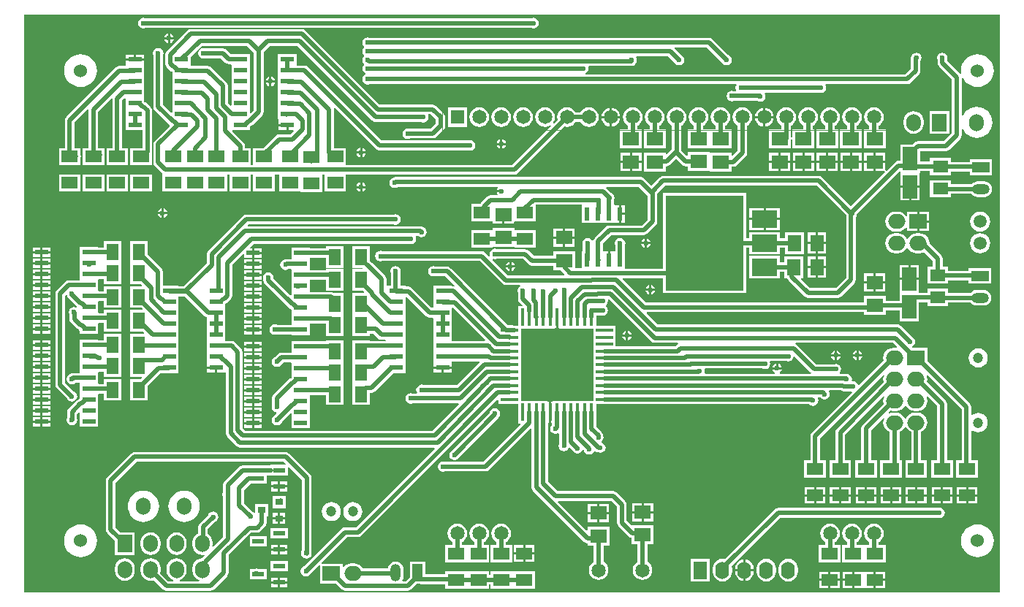
<source format=gbl>
G04*
G04 #@! TF.GenerationSoftware,Altium Limited,Altium Designer,19.1.7 (138)*
G04*
G04 Layer_Physical_Order=2*
G04 Layer_Color=16711680*
%FSLAX44Y44*%
%MOMM*%
G71*
G01*
G75*
%ADD12C,0.0500*%
%ADD16R,1.4000X1.9000*%
%ADD17R,1.9000X1.4000*%
%ADD44C,0.5000*%
%ADD45R,1.6500X1.6500*%
%ADD46C,1.6500*%
%ADD47R,1.7000X2.0000*%
%ADD48O,1.7000X2.0000*%
%ADD49R,2.0000X1.7000*%
%ADD50O,2.0000X1.7000*%
%ADD51C,1.2000*%
%ADD52O,2.0000X1.2000*%
%ADD53R,2.0000X1.2000*%
%ADD54C,1.5000*%
%ADD55O,1.2000X2.0000*%
%ADD56R,1.2000X2.0000*%
%ADD57R,1.6000X2.0000*%
%ADD58O,1.6000X2.0000*%
%ADD59C,1.6510*%
%ADD60C,1.5240*%
%ADD61C,0.6000*%
%ADD62R,1.9500X1.6000*%
%ADD63R,1.5500X0.6000*%
%ADD64R,3.0000X2.0000*%
%ADD65R,9.0000X11.0000*%
%ADD66R,1.4000X0.6000*%
%ADD67R,0.9000X0.8000*%
%ADD68R,1.6800X2.7000*%
%ADD69R,0.6000X1.5500*%
%ADD70R,1.8000X1.4000*%
%ADD71R,1.6000X1.9500*%
%ADD72R,1.5200X0.6000*%
%ADD73R,2.0000X0.4500*%
%ADD74R,0.4500X2.0000*%
G36*
X1384000Y254000D02*
X254000D01*
Y924000D01*
X1384000D01*
Y254000D01*
D02*
G37*
%LPC*%
G36*
X844000Y920117D02*
X841659Y919652D01*
X841593Y919608D01*
X393907D01*
X393841Y919652D01*
X391500Y920117D01*
X389159Y919652D01*
X387174Y918326D01*
X385848Y916341D01*
X385382Y914000D01*
X385848Y911659D01*
X387174Y909674D01*
X389159Y908348D01*
X391500Y907883D01*
X393841Y908348D01*
X393907Y908392D01*
X841593D01*
X841659Y908348D01*
X844000Y907883D01*
X846341Y908348D01*
X848326Y909674D01*
X849652Y911659D01*
X850117Y914000D01*
X849652Y916341D01*
X848326Y918326D01*
X846341Y919652D01*
X844000Y920117D01*
D02*
G37*
G36*
X422770Y901896D02*
Y897770D01*
X426896D01*
X426719Y898662D01*
X425494Y900494D01*
X423662Y901719D01*
X422770Y901896D01*
D02*
G37*
G36*
X420230D02*
X419338Y901719D01*
X417506Y900494D01*
X416281Y898662D01*
X416104Y897770D01*
X420230D01*
Y901896D01*
D02*
G37*
G36*
X426896Y895230D02*
X422770D01*
Y891104D01*
X423662Y891282D01*
X425494Y892506D01*
X426719Y894338D01*
X426896Y895230D01*
D02*
G37*
G36*
X420230D02*
X416104D01*
X416281Y894338D01*
X417506Y892506D01*
X419338Y891282D01*
X420230Y891104D01*
Y895230D01*
D02*
G37*
G36*
X392290Y877640D02*
X383270D01*
Y873370D01*
X392290D01*
Y877640D01*
D02*
G37*
G36*
X380730D02*
X371710D01*
Y873370D01*
X380730D01*
Y877640D01*
D02*
G37*
G36*
X651500Y897617D02*
X649159Y897152D01*
X647174Y895826D01*
X645848Y893841D01*
X645383Y891500D01*
X645848Y889159D01*
X647092Y887298D01*
X647233Y886862D01*
Y886138D01*
X647092Y885702D01*
X645848Y883841D01*
X645383Y881500D01*
X645848Y879159D01*
X647092Y877298D01*
X647233Y876862D01*
Y876138D01*
X647092Y875702D01*
X645848Y873841D01*
X645383Y871500D01*
X645848Y869159D01*
X647092Y867298D01*
X647233Y866862D01*
Y866138D01*
X647092Y865702D01*
X645848Y863841D01*
X645383Y861500D01*
X645848Y859159D01*
X647174Y857174D01*
X649045Y855924D01*
X649105Y855250D01*
X649045Y854576D01*
X647174Y853326D01*
X645848Y851341D01*
X645383Y849000D01*
X645848Y846659D01*
X647174Y844674D01*
X649159Y843348D01*
X651500Y842883D01*
X653841Y843348D01*
X653907Y843392D01*
X1078191D01*
X1078870Y842122D01*
X1078348Y841341D01*
X1077883Y839000D01*
X1078348Y836659D01*
X1078636Y836228D01*
X1078037Y835108D01*
X1075907D01*
X1075841Y835152D01*
X1073500Y835618D01*
X1071159Y835152D01*
X1069174Y833826D01*
X1067848Y831841D01*
X1067383Y829500D01*
X1067848Y827159D01*
X1069174Y825174D01*
X1071159Y823848D01*
X1073500Y823382D01*
X1075841Y823848D01*
X1075907Y823892D01*
X1103345D01*
X1104159Y823348D01*
X1106500Y822883D01*
X1108841Y823348D01*
X1110826Y824674D01*
X1112152Y826659D01*
X1112617Y829000D01*
X1112152Y831341D01*
X1111630Y832122D01*
X1112309Y833392D01*
X1174093D01*
X1174159Y833348D01*
X1176500Y832883D01*
X1178841Y833348D01*
X1180826Y834674D01*
X1182152Y836659D01*
X1182617Y839000D01*
X1182152Y841341D01*
X1181630Y842122D01*
X1182309Y843392D01*
X1276500D01*
X1278646Y843819D01*
X1280465Y845035D01*
X1290465Y855035D01*
X1291681Y856854D01*
X1292108Y859000D01*
Y870220D01*
X1292902Y871409D01*
X1293367Y873750D01*
X1292902Y876091D01*
X1291576Y878076D01*
X1289591Y879402D01*
X1287250Y879867D01*
X1284909Y879402D01*
X1282924Y878076D01*
X1282803Y877895D01*
X1282535Y877715D01*
X1281319Y875896D01*
X1280892Y873750D01*
Y861323D01*
X1274177Y854608D01*
X904101D01*
X903865Y855782D01*
X903885Y855878D01*
X905826Y857174D01*
X907152Y859159D01*
X907617Y861500D01*
X907295Y863122D01*
X908195Y864392D01*
X957250D01*
X959396Y864819D01*
X961215Y866035D01*
X962431Y867854D01*
X962530Y868352D01*
X962902Y868909D01*
X963367Y871250D01*
X962902Y873591D01*
X962213Y874622D01*
X962892Y875892D01*
X999677D01*
X1006583Y868987D01*
X1006598Y868909D01*
X1007924Y866924D01*
X1009909Y865598D01*
X1012250Y865133D01*
X1014591Y865598D01*
X1016576Y866924D01*
X1017902Y868909D01*
X1018367Y871250D01*
X1017902Y873591D01*
X1016576Y875576D01*
X1014591Y876902D01*
X1014513Y876917D01*
X1006808Y884622D01*
X1007334Y885892D01*
X1044608D01*
X1061612Y868888D01*
X1062924Y866924D01*
X1064909Y865598D01*
X1067250Y865133D01*
X1069591Y865598D01*
X1071576Y866924D01*
X1072902Y868909D01*
X1073367Y871250D01*
X1072902Y873591D01*
X1071576Y875576D01*
X1069591Y876902D01*
X1069426Y876935D01*
X1050896Y895465D01*
X1049077Y896681D01*
X1046930Y897108D01*
X653907D01*
X653841Y897152D01*
X651500Y897617D01*
D02*
G37*
G36*
X540270Y851896D02*
Y847770D01*
X544396D01*
X544218Y848662D01*
X542994Y850494D01*
X541162Y851719D01*
X540270Y851896D01*
D02*
G37*
G36*
X537730D02*
X536838Y851719D01*
X535006Y850494D01*
X533781Y848662D01*
X533604Y847770D01*
X537730D01*
Y851896D01*
D02*
G37*
G36*
X544396Y845230D02*
X540270D01*
Y841104D01*
X541162Y841282D01*
X542994Y842506D01*
X544218Y844338D01*
X544396Y845230D01*
D02*
G37*
G36*
X537730D02*
X533604D01*
X533781Y844338D01*
X535006Y842506D01*
X536838Y841282D01*
X537730Y841104D01*
Y845230D01*
D02*
G37*
G36*
X1317250Y879867D02*
X1314909Y879402D01*
X1312924Y878076D01*
X1311598Y876091D01*
X1311133Y873750D01*
X1311598Y871409D01*
X1311834Y871057D01*
Y868059D01*
X1312260Y865913D01*
X1313476Y864093D01*
X1328392Y849177D01*
Y786323D01*
X1319177Y777108D01*
X1289000D01*
X1286854Y776681D01*
X1285035Y775465D01*
X1283069Y773500D01*
X1280542D01*
X1280000Y773608D01*
X1279458Y773500D01*
X1268600D01*
Y754608D01*
X1266500D01*
X1264354Y754181D01*
X1262535Y752965D01*
X1252560Y742990D01*
X1251290Y743517D01*
X1251290Y743563D01*
X1251290Y743563D01*
X1251290Y743646D01*
Y751980D01*
X1240270D01*
Y742710D01*
X1250354Y742710D01*
X1250437D01*
D01*
X1250483Y742710D01*
X1250548Y742554D01*
X1251010Y741440D01*
X1211500Y701930D01*
X1177965Y735465D01*
X1176146Y736681D01*
X1174000Y737108D01*
X994000D01*
X991854Y736681D01*
X990035Y735465D01*
X980250Y725680D01*
X971965Y733965D01*
X970146Y735181D01*
X968000Y735608D01*
X684000D01*
X681854Y735181D01*
X681233Y734766D01*
X680659Y734652D01*
X678674Y733326D01*
X677348Y731341D01*
X676882Y729000D01*
X677348Y726659D01*
X678674Y724674D01*
X680659Y723348D01*
X683000Y722883D01*
X685341Y723348D01*
X686904Y724392D01*
X802312D01*
X802698Y723122D01*
X802506Y722994D01*
X801282Y721162D01*
X801104Y720270D01*
X806500D01*
Y717730D01*
X801104D01*
X801282Y716838D01*
X801923Y715878D01*
X801245Y714608D01*
X794000D01*
X791854Y714181D01*
X790035Y712965D01*
X782535Y705465D01*
X781723Y704250D01*
X771500D01*
Y684250D01*
X795440D01*
X796500Y684250D01*
X796710Y683067D01*
Y681710D01*
X807730D01*
Y692250D01*
X810270D01*
Y681710D01*
X821290D01*
Y683067D01*
X821500Y684250D01*
X822560Y684250D01*
X846500D01*
Y703392D01*
X899950D01*
Y682250D01*
X911950D01*
Y682250D01*
X912650D01*
Y682250D01*
X924650D01*
Y682250D01*
X925350D01*
Y682250D01*
X937350D01*
Y682445D01*
X938510Y682710D01*
X938620Y682710D01*
X942780D01*
Y693000D01*
Y703290D01*
X938620D01*
X938510Y703290D01*
X937350Y703556D01*
Y703750D01*
X937033D01*
Y708981D01*
X937152Y709159D01*
X937617Y711500D01*
X937152Y713841D01*
X935826Y715826D01*
X933841Y717152D01*
X933763Y717167D01*
X928041Y722890D01*
X927693Y723122D01*
X928078Y724392D01*
X965677D01*
X975892Y714177D01*
Y686323D01*
X969177Y679608D01*
X931500D01*
X929354Y679181D01*
X927535Y677965D01*
X914685Y665115D01*
X913469Y663296D01*
X913214Y662014D01*
X911869Y661764D01*
X910826Y663326D01*
X908841Y664652D01*
X906500Y665117D01*
X904159Y664652D01*
X902174Y663326D01*
X900848Y661341D01*
X900383Y659000D01*
X900848Y656659D01*
X900892Y656593D01*
Y649750D01*
X899950D01*
Y630108D01*
X891750D01*
Y649750D01*
X866250D01*
Y644118D01*
X844313D01*
X837965Y650465D01*
X836146Y651681D01*
X834000Y652108D01*
X801407D01*
X801341Y652152D01*
X799000Y652617D01*
X796659Y652152D01*
X794674Y650826D01*
X793348Y648841D01*
X792883Y646500D01*
X793294Y644433D01*
X792375Y643740D01*
X792246Y643684D01*
X787965Y647965D01*
X786146Y649181D01*
X784000Y649608D01*
X668907D01*
X668841Y649652D01*
X666500Y650117D01*
X664159Y649652D01*
X662174Y648326D01*
X660848Y646341D01*
X660382Y644000D01*
X660848Y641659D01*
X662174Y639674D01*
X664159Y638348D01*
X666500Y637882D01*
X668841Y638348D01*
X668907Y638392D01*
X781677D01*
X808010Y612060D01*
X809829Y610844D01*
X811975Y610417D01*
X828018D01*
X828404Y609147D01*
X827174Y608326D01*
X825848Y606341D01*
X825382Y604000D01*
X825848Y601659D01*
X825892Y601593D01*
Y594436D01*
X826319Y592290D01*
X827535Y590471D01*
X830833Y587173D01*
X830346Y586000D01*
X825750D01*
Y563250D01*
X821948D01*
X821407Y563358D01*
X821319D01*
X821210Y563431D01*
X819064Y563858D01*
X814073D01*
X747465Y630465D01*
X745646Y631681D01*
X743500Y632108D01*
X730157D01*
X730091Y632152D01*
X727750Y632617D01*
X725409Y632152D01*
X723424Y630826D01*
X722098Y628841D01*
X721633Y626500D01*
X722098Y624159D01*
X723424Y622174D01*
X725409Y620848D01*
X727750Y620382D01*
X730091Y620848D01*
X730157Y620892D01*
X741177D01*
X752016Y610053D01*
X751390Y608883D01*
X750512Y609058D01*
X749250D01*
Y609450D01*
X727750D01*
Y598020D01*
X727750Y597450D01*
X727750D01*
Y596750D01*
X727750D01*
Y585428D01*
X727750Y584750D01*
X726725Y584158D01*
X725573D01*
X702815Y606915D01*
X700996Y608131D01*
X698850Y608558D01*
X695250D01*
Y609450D01*
X689608D01*
Y624093D01*
X689652Y624159D01*
X690117Y626500D01*
X689652Y628841D01*
X688326Y630826D01*
X686341Y632152D01*
X684000Y632617D01*
X681659Y632152D01*
X679674Y630826D01*
X678348Y628841D01*
X677883Y626500D01*
X678348Y624159D01*
X678392Y624093D01*
Y609450D01*
X673750D01*
X673297Y610532D01*
Y617339D01*
X672870Y619485D01*
X671654Y621304D01*
X657180Y635779D01*
X656341Y636339D01*
X654250Y638430D01*
Y655500D01*
X634250D01*
Y630500D01*
X645407D01*
X645561Y630270D01*
X644882Y629000D01*
X634250D01*
Y604000D01*
X646319D01*
X647646Y602673D01*
X647160Y601500D01*
X634250D01*
Y577770D01*
X634250Y576500D01*
X634250D01*
Y576500D01*
X634250D01*
Y551500D01*
X654250D01*
Y553892D01*
X658502D01*
X663710Y548685D01*
X665529Y547469D01*
X667675Y547042D01*
X672171D01*
X672600Y546300D01*
X672171Y545558D01*
X654250D01*
Y546500D01*
X634250D01*
Y521500D01*
X634250D01*
X634250Y520230D01*
Y496500D01*
X634250D01*
X634250Y496500D01*
X634250Y495230D01*
Y471500D01*
X654250D01*
Y485392D01*
X656200D01*
X658346Y485819D01*
X660165Y487035D01*
X681681Y508550D01*
X695250D01*
Y520550D01*
X695250Y520550D01*
Y521250D01*
X695250D01*
X695250Y521820D01*
Y533250D01*
X695250D01*
Y533950D01*
X695250D01*
Y545380D01*
X695250Y546300D01*
X695250Y547220D01*
Y558650D01*
X695250D01*
Y559350D01*
X695250D01*
Y570780D01*
X695250Y571350D01*
X695250D01*
Y572050D01*
X695250D01*
Y583480D01*
X695250Y584050D01*
X695250D01*
Y584750D01*
X695250D01*
Y596750D01*
X696275Y597342D01*
X696527D01*
X719285Y574585D01*
X721104Y573369D01*
X723250Y572942D01*
X726850D01*
X727750Y572050D01*
Y571350D01*
X727750D01*
Y559350D01*
X727750D01*
Y558650D01*
X727750D01*
Y547220D01*
X727750Y546300D01*
X727750Y545380D01*
Y533950D01*
X727750D01*
Y533250D01*
X727750D01*
Y521250D01*
X727944D01*
X728210Y520090D01*
X728210Y519980D01*
Y515820D01*
X738500D01*
X748790D01*
Y519980D01*
X748790Y520090D01*
X749055Y521250D01*
X749250D01*
Y521892D01*
X780988D01*
X781474Y520719D01*
X755363Y494608D01*
X716407D01*
X716341Y494652D01*
X714000Y495118D01*
X711659Y494652D01*
X709674Y493326D01*
X708348Y491341D01*
X707883Y489000D01*
X708348Y486659D01*
X708870Y485878D01*
X708191Y484608D01*
X703907D01*
X703841Y484652D01*
X701500Y485117D01*
X699159Y484652D01*
X697174Y483326D01*
X695848Y481341D01*
X695383Y479000D01*
X695848Y476659D01*
X697174Y474674D01*
X699159Y473348D01*
X701500Y472882D01*
X703841Y473348D01*
X703907Y473392D01*
X756643D01*
X757136Y472222D01*
X727216Y441608D01*
X509323D01*
X506608Y444323D01*
Y533000D01*
X506181Y535146D01*
X504965Y536965D01*
X498015Y543915D01*
X496196Y545131D01*
X494050Y545558D01*
X487179D01*
X486750Y546650D01*
X486750Y547220D01*
Y558650D01*
X486750D01*
Y559350D01*
X486750D01*
Y571350D01*
X486750D01*
Y572050D01*
X486750D01*
Y583480D01*
X486750Y584050D01*
X486750D01*
Y584750D01*
X486750D01*
Y588819D01*
X487417Y589487D01*
X488010Y589605D01*
X489829Y590820D01*
X493215Y594207D01*
X494431Y596026D01*
X494858Y598172D01*
Y633805D01*
X507687Y646634D01*
X508860Y646148D01*
Y641960D01*
X517730D01*
Y647500D01*
Y653040D01*
X515752D01*
X515266Y654213D01*
X519445Y658392D01*
X699093D01*
X699159Y658348D01*
X701500Y657883D01*
X703841Y658348D01*
X705826Y659674D01*
X707152Y661659D01*
X707617Y664000D01*
X707195Y666122D01*
X707861Y667392D01*
X710096D01*
X711659Y666348D01*
X714000Y665882D01*
X716341Y666348D01*
X718326Y667674D01*
X719652Y669659D01*
X720117Y672000D01*
X719652Y674341D01*
X718326Y676326D01*
X716341Y677652D01*
X715767Y677766D01*
X715146Y678181D01*
X713000Y678608D01*
X512884D01*
X512398Y679781D01*
X513509Y680892D01*
X681593D01*
X681659Y680848D01*
X684000Y680383D01*
X686341Y680848D01*
X688326Y682174D01*
X689652Y684159D01*
X690117Y686500D01*
X689652Y688841D01*
X688326Y690826D01*
X686341Y692152D01*
X684000Y692617D01*
X681659Y692152D01*
X681593Y692108D01*
X511186D01*
X509040Y691681D01*
X507221Y690465D01*
X467035Y650279D01*
X465819Y648460D01*
X465392Y646314D01*
Y635823D01*
X438627Y609058D01*
X432750D01*
Y609450D01*
X414358D01*
Y626278D01*
X413931Y628424D01*
X412715Y630243D01*
X396750Y646209D01*
Y661500D01*
X376750D01*
Y637770D01*
X376750Y636500D01*
X376750D01*
Y636500D01*
X376750D01*
Y611500D01*
X388819D01*
X390146Y610173D01*
X389660Y609000D01*
X376750D01*
Y584000D01*
X389591D01*
X390918Y582673D01*
X390432Y581500D01*
X376750D01*
Y556500D01*
X391319D01*
X392646Y555173D01*
X392160Y554000D01*
X376750D01*
Y529000D01*
X376750D01*
X376750Y529000D01*
X376750Y527730D01*
Y504000D01*
X389660D01*
X390146Y502827D01*
X388819Y501500D01*
X376750D01*
Y476500D01*
X396750D01*
Y493569D01*
X411623Y508442D01*
X421500D01*
X422042Y508550D01*
X432750D01*
Y520550D01*
X432750Y520550D01*
Y521250D01*
X432750D01*
X432750Y521820D01*
Y533250D01*
X432750D01*
Y533950D01*
X432750D01*
Y545950D01*
X432750D01*
Y546650D01*
X432750D01*
Y558650D01*
X432750D01*
Y559350D01*
X432750D01*
Y570780D01*
X432750Y571350D01*
X432750D01*
Y572050D01*
X432750D01*
Y583480D01*
X432750Y584050D01*
X432750D01*
Y584750D01*
X432750D01*
Y596750D01*
X433775Y597342D01*
X440227D01*
X462985Y574585D01*
X464804Y573369D01*
X465250Y573280D01*
Y572050D01*
X465250D01*
Y571350D01*
X465250D01*
Y559350D01*
X465250D01*
Y558650D01*
X465250D01*
Y547220D01*
X465250Y546300D01*
X465250Y545380D01*
Y533950D01*
X465250D01*
Y533250D01*
X465250D01*
Y521250D01*
X465444D01*
X465710Y520090D01*
X465710D01*
Y515820D01*
X476000D01*
Y514550D01*
X477270D01*
Y509010D01*
X486290D01*
Y509010D01*
X487392Y508605D01*
Y438686D01*
X487819Y436540D01*
X489035Y434721D01*
X499878Y423878D01*
X501697Y422662D01*
X503843Y422235D01*
X728959D01*
X729445Y421062D01*
X637991Y329608D01*
X625349D01*
X623203Y329181D01*
X621384Y327965D01*
X577836Y284417D01*
X577758Y284402D01*
X575773Y283076D01*
X574447Y281091D01*
X573982Y278750D01*
X574447Y276409D01*
X575773Y274424D01*
X577758Y273098D01*
X580099Y272633D01*
X582440Y273098D01*
X584425Y274424D01*
X585751Y276409D01*
X585767Y276487D01*
X595327Y286047D01*
X596500Y285561D01*
Y264600D01*
X614569D01*
X621635Y257535D01*
X623454Y256319D01*
X625600Y255892D01*
X697900D01*
X700046Y256319D01*
X701865Y257535D01*
X708331Y264000D01*
X712358D01*
X712900Y263892D01*
X741500D01*
Y258750D01*
X766500D01*
Y258750D01*
X767500D01*
Y258750D01*
X792500D01*
Y263142D01*
X794000D01*
Y258750D01*
X819000D01*
Y263142D01*
X820500D01*
Y258750D01*
X845500D01*
Y278750D01*
X820500D01*
Y274358D01*
X819000D01*
Y278750D01*
X794000D01*
Y274358D01*
X792500D01*
Y278750D01*
X767500D01*
Y278750D01*
X766500D01*
Y278750D01*
X741500D01*
Y275108D01*
X718400D01*
Y290000D01*
X700400D01*
Y271931D01*
X695577Y267108D01*
X692259D01*
X691697Y268247D01*
X691861Y268461D01*
X692768Y270651D01*
X693078Y273000D01*
Y281000D01*
X692768Y283349D01*
X691861Y285539D01*
X690419Y287419D01*
X688539Y288862D01*
X686349Y289768D01*
X684000Y290078D01*
X681650Y289768D01*
X679461Y288862D01*
X677581Y287419D01*
X676139Y285539D01*
X675232Y283349D01*
X675075Y282158D01*
X645847D01*
X644202Y284302D01*
X641800Y286145D01*
X639002Y287304D01*
X636000Y287699D01*
X633000D01*
X629998Y287304D01*
X627200Y286145D01*
X624798Y284302D01*
X623770Y282962D01*
X622500Y283393D01*
Y287600D01*
X598539D01*
X598053Y288773D01*
X627672Y318392D01*
X640314D01*
X642460Y318819D01*
X644279Y320035D01*
X801827Y477583D01*
X803000Y477096D01*
Y472750D01*
X825750D01*
Y450000D01*
X828438D01*
X828924Y448827D01*
X785705Y405608D01*
X741407D01*
X741341Y405652D01*
X739000Y406118D01*
X736659Y405652D01*
X734674Y404326D01*
X733348Y402341D01*
X732883Y400000D01*
X733348Y397659D01*
X734674Y395674D01*
X736659Y394348D01*
X739000Y393882D01*
X741341Y394348D01*
X741407Y394392D01*
X788028D01*
X790174Y394819D01*
X791993Y396035D01*
X840219Y444260D01*
X841392Y443774D01*
Y376000D01*
X841819Y373854D01*
X843035Y372035D01*
X902285Y312785D01*
X904104Y311569D01*
X906250Y311142D01*
Y308750D01*
X913592D01*
Y289860D01*
X913524Y289831D01*
X911173Y288027D01*
X909369Y285676D01*
X908235Y282938D01*
X907848Y280000D01*
X908235Y277062D01*
X909369Y274324D01*
X911173Y271973D01*
X913524Y270169D01*
X916262Y269035D01*
X919200Y268648D01*
X922138Y269035D01*
X924876Y270169D01*
X927227Y271973D01*
X929031Y274324D01*
X930165Y277062D01*
X930552Y280000D01*
X930165Y282938D01*
X929031Y285676D01*
X927227Y288027D01*
X924876Y289831D01*
X924808Y289860D01*
Y308750D01*
X931750D01*
Y330750D01*
X906250D01*
Y326340D01*
X905077Y325854D01*
X871712Y359219D01*
X872198Y360392D01*
X933677D01*
X940392Y353677D01*
Y335000D01*
X940819Y332854D01*
X942035Y331035D01*
X954035Y319035D01*
X955854Y317819D01*
X957250Y317542D01*
Y309750D01*
X964392D01*
Y289860D01*
X964324Y289831D01*
X961973Y288027D01*
X960169Y285676D01*
X959035Y282938D01*
X958648Y280000D01*
X959035Y277062D01*
X960169Y274324D01*
X961973Y271973D01*
X964324Y270169D01*
X967062Y269035D01*
X970000Y268648D01*
X972938Y269035D01*
X975676Y270169D01*
X978027Y271973D01*
X979831Y274324D01*
X980965Y277062D01*
X981352Y280000D01*
X980965Y282938D01*
X979831Y285676D01*
X978027Y288027D01*
X975676Y289831D01*
X975608Y289860D01*
Y309750D01*
X982750D01*
Y331750D01*
X957250D01*
X957250Y331750D01*
Y331750D01*
X956370Y332560D01*
X951608Y337323D01*
Y356000D01*
X951181Y358146D01*
X949965Y359965D01*
X939965Y369965D01*
X938146Y371181D01*
X936000Y371608D01*
X871823D01*
X860608Y382823D01*
Y450460D01*
X861730D01*
Y463000D01*
Y475540D01*
X860250D01*
Y476000D01*
X829000D01*
Y480750D01*
Y488750D01*
Y496750D01*
Y504750D01*
Y512750D01*
Y520750D01*
Y528750D01*
Y536750D01*
Y544750D01*
Y552750D01*
Y560000D01*
X868250D01*
Y560460D01*
X869730D01*
Y573000D01*
X872270D01*
Y560460D01*
X873750D01*
Y560000D01*
X913000D01*
Y552750D01*
Y544750D01*
Y536750D01*
Y528750D01*
Y520750D01*
Y512750D01*
Y504750D01*
Y496750D01*
Y488750D01*
Y480750D01*
Y476000D01*
X865750D01*
Y475540D01*
X864270D01*
Y463000D01*
Y450460D01*
X865142D01*
Y448638D01*
X864674Y448326D01*
X863348Y446341D01*
X862882Y444000D01*
X863348Y441659D01*
X864674Y439674D01*
X866659Y438348D01*
X869000Y437882D01*
X871341Y438348D01*
X872122Y438870D01*
X873392Y438191D01*
Y426407D01*
X873348Y426341D01*
X872883Y424000D01*
X873348Y421659D01*
X874674Y419674D01*
X876659Y418348D01*
X879000Y417882D01*
X881341Y418348D01*
X883326Y419674D01*
X884634Y421632D01*
X884768Y421822D01*
X886022Y422040D01*
X888985Y419078D01*
X889000Y419000D01*
X890326Y417015D01*
X892311Y415689D01*
X894652Y415224D01*
X896993Y415689D01*
X898978Y417015D01*
X900304Y419000D01*
X900319Y419078D01*
X901665Y419584D01*
X902341Y419117D01*
X902646Y417585D01*
X903972Y415600D01*
X905957Y414274D01*
X908298Y413808D01*
X910639Y414274D01*
X912624Y415600D01*
X913837Y417416D01*
X914280Y417649D01*
X915296Y417846D01*
X916833Y416819D01*
X918596Y416468D01*
X918776Y416348D01*
X921117Y415882D01*
X923459Y416348D01*
X925443Y417674D01*
X926769Y419659D01*
X927235Y422000D01*
X926769Y424341D01*
X925443Y426326D01*
X923459Y427652D01*
X922785Y427786D01*
X922517Y429134D01*
X923326Y429674D01*
X924652Y431659D01*
X925117Y434000D01*
X924652Y436341D01*
X924476Y436605D01*
X924181Y438087D01*
X922965Y439906D01*
X916608Y446264D01*
Y463000D01*
X916250Y464799D01*
Y472750D01*
X924202D01*
X926000Y472392D01*
X1163029D01*
X1163174Y472174D01*
X1165159Y470848D01*
X1167500Y470382D01*
X1169841Y470848D01*
X1171826Y472174D01*
X1173152Y474159D01*
X1173617Y476500D01*
X1173152Y478841D01*
X1172864Y479272D01*
X1173463Y480392D01*
X1176195D01*
X1176674Y479674D01*
X1178659Y478348D01*
X1181000Y477882D01*
X1183341Y478348D01*
X1185326Y479674D01*
X1186652Y481659D01*
X1187117Y484000D01*
X1186652Y486341D01*
X1186130Y487122D01*
X1186809Y488392D01*
X1199976D01*
X1200833Y487819D01*
X1202979Y487392D01*
X1211593D01*
X1211659Y487348D01*
X1212222Y487236D01*
X1212590Y486021D01*
X1166035Y439465D01*
X1164819Y437646D01*
X1164392Y435500D01*
Y407250D01*
X1157500D01*
Y387250D01*
X1182500D01*
Y407250D01*
X1175608D01*
Y433177D01*
X1248974Y506544D01*
X1250051Y505824D01*
X1249296Y504002D01*
X1248901Y501000D01*
X1249296Y497998D01*
X1249376Y497806D01*
X1195035Y443465D01*
X1193819Y441646D01*
X1193392Y439500D01*
Y407250D01*
X1186500D01*
Y387250D01*
X1211500D01*
Y407250D01*
X1204608D01*
Y437177D01*
X1248974Y481544D01*
X1250051Y480824D01*
X1249296Y479002D01*
X1248901Y476000D01*
X1249296Y472998D01*
X1249376Y472806D01*
X1225035Y448465D01*
X1223819Y446646D01*
X1223392Y444500D01*
Y407250D01*
X1216500D01*
Y387250D01*
X1241500D01*
Y407250D01*
X1234608D01*
Y442177D01*
X1248974Y456544D01*
X1250051Y455824D01*
X1249296Y454002D01*
X1248901Y451000D01*
X1249296Y447998D01*
X1250455Y445200D01*
X1252298Y442798D01*
X1254700Y440955D01*
X1256392Y440254D01*
Y407250D01*
X1245500D01*
Y387250D01*
X1270500D01*
Y407250D01*
X1267608D01*
Y440254D01*
X1269300Y440955D01*
X1271702Y442798D01*
X1273545Y445200D01*
X1273865Y445972D01*
X1275135D01*
X1275455Y445200D01*
X1277298Y442798D01*
X1279700Y440955D01*
X1281392Y440254D01*
Y407250D01*
X1274500D01*
Y387250D01*
X1299500D01*
Y407250D01*
X1292608D01*
Y440254D01*
X1294300Y440955D01*
X1296702Y442798D01*
X1298545Y445200D01*
X1299704Y447998D01*
X1300099Y451000D01*
X1299704Y454002D01*
X1298545Y456800D01*
X1296702Y459202D01*
X1294300Y461045D01*
X1291502Y462204D01*
X1288500Y462599D01*
X1285500D01*
X1282498Y462204D01*
X1279700Y461045D01*
X1277298Y459202D01*
X1275455Y456800D01*
X1275135Y456028D01*
X1273865D01*
X1273545Y456800D01*
X1271702Y459202D01*
X1269300Y461045D01*
X1266502Y462204D01*
X1263500Y462599D01*
X1260500D01*
X1257498Y462204D01*
X1255676Y461449D01*
X1254957Y462526D01*
X1257306Y464875D01*
X1257498Y464796D01*
X1260500Y464401D01*
X1263500D01*
X1266502Y464796D01*
X1269300Y465955D01*
X1271702Y467798D01*
X1273545Y470200D01*
X1273865Y470972D01*
X1275135D01*
X1275455Y470200D01*
X1277298Y467798D01*
X1279700Y465955D01*
X1282498Y464796D01*
X1285500Y464401D01*
X1288500D01*
X1291502Y464796D01*
X1294300Y465955D01*
X1296702Y467798D01*
X1298545Y470200D01*
X1299704Y472998D01*
X1300099Y476000D01*
X1299704Y479002D01*
X1298949Y480824D01*
X1300026Y481544D01*
X1311392Y470177D01*
Y407250D01*
X1304500D01*
Y387250D01*
X1329500D01*
Y407250D01*
X1322608D01*
Y472500D01*
X1322181Y474646D01*
X1320965Y476465D01*
X1299624Y497806D01*
X1299704Y497998D01*
X1300099Y501000D01*
X1299704Y504002D01*
X1298949Y505824D01*
X1300026Y506544D01*
X1339692Y466877D01*
Y407250D01*
X1333500D01*
Y387250D01*
X1358500D01*
Y407250D01*
X1350908D01*
Y441590D01*
X1352178Y442216D01*
X1353253Y441391D01*
X1355928Y440283D01*
X1358800Y439905D01*
X1361672Y440283D01*
X1364347Y441391D01*
X1366645Y443155D01*
X1368409Y445453D01*
X1369517Y448128D01*
X1369895Y451000D01*
X1369517Y453872D01*
X1368409Y456547D01*
X1366645Y458845D01*
X1364347Y460608D01*
X1361672Y461717D01*
X1358800Y462095D01*
X1355928Y461717D01*
X1353253Y460608D01*
X1352178Y459784D01*
X1350908Y460410D01*
Y469200D01*
X1350481Y471346D01*
X1349265Y473165D01*
X1300000Y522430D01*
Y537500D01*
X1282730D01*
X1282400Y537920D01*
X1282362Y538101D01*
X1282705Y539535D01*
X1284124Y540483D01*
X1285450Y542468D01*
X1285916Y544809D01*
X1285450Y547150D01*
X1284124Y549134D01*
X1282139Y550461D01*
X1282061Y550476D01*
X1269258Y563279D01*
X1267439Y564495D01*
X1265293Y564921D01*
X987509D01*
X974712Y577719D01*
X975198Y578892D01*
X1226250D01*
Y575750D01*
X1251750D01*
Y581142D01*
X1267600D01*
Y568500D01*
X1290400D01*
Y590392D01*
X1300000D01*
Y586000D01*
X1324000D01*
Y590192D01*
X1349805D01*
X1350581Y589181D01*
X1352461Y587739D01*
X1354651Y586832D01*
X1357000Y586522D01*
X1365000D01*
X1367350Y586832D01*
X1369539Y587739D01*
X1371419Y589181D01*
X1372861Y591061D01*
X1373768Y593251D01*
X1374078Y595600D01*
X1373768Y597949D01*
X1372861Y600139D01*
X1371419Y602019D01*
X1369539Y603461D01*
X1367350Y604368D01*
X1365000Y604678D01*
X1357000D01*
X1354651Y604368D01*
X1352461Y603461D01*
X1350581Y602019D01*
X1350112Y601408D01*
X1324000D01*
Y606000D01*
X1300000D01*
Y601608D01*
X1289940D01*
Y616230D01*
X1268060D01*
Y601500D01*
X1267600D01*
Y592358D01*
X1251750D01*
Y597750D01*
X1226250D01*
Y590108D01*
X973852D01*
X946741Y617219D01*
X947227Y618392D01*
X994000D01*
Y601000D01*
X1090000D01*
Y653392D01*
X1093500D01*
Y646000D01*
X1129500D01*
Y653392D01*
X1134750D01*
Y646250D01*
X1156750D01*
Y671750D01*
X1134750D01*
Y664608D01*
X1129500D01*
Y672000D01*
X1093500D01*
Y664608D01*
X1090000D01*
Y717000D01*
X994000D01*
Y629608D01*
X950050D01*
Y649750D01*
X949608D01*
Y656593D01*
X949652Y656659D01*
X950117Y659000D01*
X949652Y661341D01*
X948326Y663326D01*
X946341Y664652D01*
X944000Y665117D01*
X941659Y664652D01*
X939674Y663326D01*
X938348Y661341D01*
X937883Y659000D01*
X938348Y656659D01*
X938392Y656593D01*
Y649750D01*
X938050D01*
Y649556D01*
X936890Y649290D01*
Y649290D01*
X932620D01*
Y639000D01*
X930080D01*
Y649290D01*
X925810D01*
Y649290D01*
X924650Y649556D01*
Y649750D01*
X924258D01*
Y658827D01*
X933823Y668392D01*
X971500D01*
X973646Y668819D01*
X975465Y670035D01*
X985465Y680035D01*
X986681Y681854D01*
X987108Y684000D01*
Y716677D01*
X996323Y725892D01*
X1171677D01*
X1205892Y691677D01*
Y618823D01*
X1193927Y606858D01*
X1164073D01*
X1153604Y617327D01*
X1154090Y618500D01*
X1156500D01*
Y644000D01*
X1134500D01*
Y636708D01*
X1129500D01*
Y644100D01*
X1093500D01*
Y618100D01*
X1129500D01*
Y625492D01*
X1134500D01*
Y618500D01*
X1137691D01*
X1137819Y617854D01*
X1139035Y616035D01*
X1157785Y597285D01*
X1159604Y596069D01*
X1161750Y595642D01*
X1196250D01*
X1198396Y596069D01*
X1200215Y597285D01*
X1215465Y612535D01*
X1216681Y614354D01*
X1217108Y616500D01*
Y689372D01*
X1217931Y690604D01*
X1218358Y692750D01*
X1218328Y692898D01*
X1267427Y741996D01*
X1268600Y741510D01*
Y740500D01*
X1269060D01*
Y725770D01*
X1280000D01*
X1290940D01*
Y740500D01*
X1291400D01*
Y742392D01*
X1303000D01*
Y738000D01*
X1327000D01*
Y741892D01*
X1349000D01*
Y738000D01*
X1375000D01*
Y756000D01*
X1349000D01*
Y753108D01*
X1327000D01*
Y758000D01*
X1303000D01*
Y753608D01*
X1291400D01*
Y765892D01*
X1321500D01*
X1323646Y766319D01*
X1325465Y767535D01*
X1337965Y780035D01*
X1339181Y781854D01*
X1339608Y784000D01*
Y791128D01*
X1340878Y791446D01*
X1342211Y788951D01*
X1344460Y786210D01*
X1347201Y783961D01*
X1350328Y782290D01*
X1353721Y781261D01*
X1357250Y780913D01*
X1360779Y781261D01*
X1364172Y782290D01*
X1367299Y783961D01*
X1370040Y786210D01*
X1372289Y788951D01*
X1373960Y792078D01*
X1374989Y795471D01*
X1375337Y799000D01*
X1374989Y802529D01*
X1373960Y805922D01*
X1372289Y809049D01*
X1370040Y811789D01*
X1367299Y814039D01*
X1364172Y815710D01*
X1360779Y816740D01*
X1357250Y817087D01*
X1353721Y816740D01*
X1350328Y815710D01*
X1347201Y814039D01*
X1344460Y811789D01*
X1342211Y809049D01*
X1340878Y806554D01*
X1339608Y806872D01*
Y850410D01*
X1340878Y850728D01*
X1342126Y848393D01*
X1344500Y845500D01*
X1347393Y843126D01*
X1350694Y841361D01*
X1354275Y840275D01*
X1358000Y839908D01*
X1361725Y840275D01*
X1365306Y841361D01*
X1368607Y843126D01*
X1371500Y845500D01*
X1373874Y848393D01*
X1375639Y851694D01*
X1376725Y855275D01*
X1377092Y859000D01*
X1376725Y862725D01*
X1375639Y866306D01*
X1373874Y869607D01*
X1371500Y872500D01*
X1368607Y874874D01*
X1365306Y876639D01*
X1361725Y877725D01*
X1358000Y878092D01*
X1354275Y877725D01*
X1350694Y876639D01*
X1347393Y874874D01*
X1344500Y872500D01*
X1342126Y869607D01*
X1340361Y866306D01*
X1339275Y862725D01*
X1338908Y859000D01*
X1339215Y855880D01*
X1337983Y855439D01*
X1337965Y855465D01*
X1323049Y870381D01*
Y872149D01*
X1323367Y873750D01*
X1322902Y876091D01*
X1321576Y878076D01*
X1319591Y879402D01*
X1317250Y879867D01*
D02*
G37*
G36*
X319000Y878092D02*
X315275Y877725D01*
X311694Y876639D01*
X308393Y874874D01*
X305500Y872500D01*
X303126Y869607D01*
X301361Y866306D01*
X300275Y862725D01*
X299908Y859000D01*
X300275Y855275D01*
X301361Y851694D01*
X303126Y848393D01*
X305500Y845500D01*
X308393Y843126D01*
X311694Y841361D01*
X315275Y840275D01*
X319000Y839908D01*
X322725Y840275D01*
X326306Y841361D01*
X329607Y843126D01*
X332500Y845500D01*
X334874Y848393D01*
X336639Y851694D01*
X337725Y855275D01*
X338092Y859000D01*
X337725Y862725D01*
X336639Y866306D01*
X334874Y869607D01*
X332500Y872500D01*
X329607Y874874D01*
X326306Y876639D01*
X322725Y877725D01*
X319000Y878092D01*
D02*
G37*
G36*
X1112470Y815716D02*
Y806270D01*
X1121916D01*
X1121712Y807817D01*
X1120625Y810442D01*
X1118895Y812695D01*
X1116642Y814425D01*
X1114017Y815512D01*
X1112470Y815716D01*
D02*
G37*
G36*
X1109930D02*
X1108383Y815512D01*
X1105759Y814425D01*
X1103504Y812695D01*
X1101775Y810442D01*
X1100688Y807817D01*
X1100484Y806270D01*
X1109930D01*
Y815716D01*
D02*
G37*
G36*
X934670D02*
Y806270D01*
X944116D01*
X943912Y807817D01*
X942825Y810442D01*
X941096Y812695D01*
X938842Y814425D01*
X936217Y815512D01*
X934670Y815716D01*
D02*
G37*
G36*
X932130D02*
X930583Y815512D01*
X927959Y814425D01*
X925704Y812695D01*
X923975Y810442D01*
X922888Y807817D01*
X922684Y806270D01*
X932130D01*
Y815716D01*
D02*
G37*
G36*
X1121916Y803730D02*
X1112470D01*
Y794284D01*
X1114017Y794488D01*
X1116642Y795575D01*
X1118895Y797305D01*
X1120625Y799558D01*
X1121712Y802183D01*
X1121916Y803730D01*
D02*
G37*
G36*
X1109930D02*
X1100484D01*
X1100688Y802183D01*
X1101775Y799558D01*
X1103504Y797305D01*
X1105759Y795575D01*
X1108383Y794488D01*
X1109930Y794284D01*
Y803730D01*
D02*
G37*
G36*
X944116D02*
X934670D01*
Y794284D01*
X936217Y794488D01*
X938842Y795575D01*
X941096Y797305D01*
X942825Y799558D01*
X943912Y802183D01*
X944116Y803730D01*
D02*
G37*
G36*
X932130D02*
X922684D01*
X922888Y802183D01*
X923975Y799558D01*
X925704Y797305D01*
X927959Y795575D01*
X930583Y794488D01*
X932130Y794284D01*
Y803730D01*
D02*
G37*
G36*
X766850Y816250D02*
X744350D01*
Y793750D01*
X766850D01*
Y816250D01*
D02*
G37*
G36*
X831800Y816347D02*
X828863Y815960D01*
X826126Y814827D01*
X823776Y813024D01*
X821973Y810674D01*
X820840Y807937D01*
X820453Y805000D01*
X820840Y802063D01*
X821973Y799326D01*
X823776Y796976D01*
X826126Y795173D01*
X828863Y794040D01*
X831800Y793653D01*
X834737Y794040D01*
X837474Y795173D01*
X839824Y796976D01*
X841627Y799326D01*
X842760Y802063D01*
X843147Y805000D01*
X842760Y807937D01*
X841627Y810674D01*
X839824Y813024D01*
X837474Y814827D01*
X834737Y815960D01*
X831800Y816347D01*
D02*
G37*
G36*
X806400D02*
X803463Y815960D01*
X800726Y814827D01*
X798376Y813024D01*
X796573Y810674D01*
X795440Y807937D01*
X795053Y805000D01*
X795440Y802063D01*
X796573Y799326D01*
X798376Y796976D01*
X800726Y795173D01*
X803463Y794040D01*
X806400Y793653D01*
X809337Y794040D01*
X812074Y795173D01*
X814424Y796976D01*
X816227Y799326D01*
X817360Y802063D01*
X817747Y805000D01*
X817360Y807937D01*
X816227Y810674D01*
X814424Y813024D01*
X812074Y814827D01*
X809337Y815960D01*
X806400Y816347D01*
D02*
G37*
G36*
X781000D02*
X778063Y815960D01*
X775327Y814827D01*
X772976Y813024D01*
X771173Y810674D01*
X770040Y807937D01*
X769653Y805000D01*
X770040Y802063D01*
X771173Y799326D01*
X772976Y796976D01*
X775327Y795173D01*
X778063Y794040D01*
X781000Y793653D01*
X783937Y794040D01*
X786674Y795173D01*
X789024Y796976D01*
X790827Y799326D01*
X791960Y802063D01*
X792347Y805000D01*
X791960Y807937D01*
X790827Y810674D01*
X789024Y813024D01*
X786674Y814827D01*
X783937Y815960D01*
X781000Y816347D01*
D02*
G37*
G36*
X575814Y907108D02*
X446872D01*
X444726Y906681D01*
X442907Y905465D01*
X418785Y881343D01*
X417569Y879524D01*
X417142Y877378D01*
Y866822D01*
X417569Y864676D01*
X418785Y862857D01*
X422171Y859470D01*
X423990Y858255D01*
X424583Y858137D01*
X425250Y857469D01*
Y853970D01*
X425250Y853400D01*
X425250D01*
Y852700D01*
X425250D01*
Y841270D01*
X425250Y840700D01*
X425250D01*
Y840000D01*
X425250D01*
Y828570D01*
X425250Y828000D01*
X425250D01*
Y827300D01*
X425250D01*
Y815870D01*
X425250Y815300D01*
X425250D01*
Y814600D01*
X425250D01*
Y810412D01*
X424077Y809926D01*
X414608Y819395D01*
Y876593D01*
X414652Y876659D01*
X415117Y879000D01*
X414652Y881341D01*
X413326Y883326D01*
X411341Y884652D01*
X409000Y885117D01*
X406659Y884652D01*
X404674Y883326D01*
X403348Y881341D01*
X402882Y879000D01*
X403348Y876659D01*
X403392Y876593D01*
Y817072D01*
X403819Y814926D01*
X405035Y813107D01*
X421882Y796259D01*
X422135Y794715D01*
X405035Y777615D01*
X403819Y775796D01*
X403392Y773650D01*
Y752472D01*
X403819Y750326D01*
X405035Y748507D01*
X413507Y740035D01*
X413644Y739943D01*
X414000Y738750D01*
X414000Y738750D01*
X414000Y738750D01*
Y718750D01*
X437730D01*
X439000Y718750D01*
Y718750D01*
X439000D01*
Y718750D01*
X462730D01*
X464000Y718750D01*
Y718750D01*
X464000D01*
Y718750D01*
X489000D01*
Y738392D01*
X491500D01*
Y718750D01*
X516500D01*
Y738392D01*
X519000D01*
Y718750D01*
X544000D01*
Y738392D01*
X549000D01*
Y718750D01*
X574000D01*
X574000Y718500D01*
X599000D01*
Y738392D01*
X601500D01*
Y718750D01*
X626500D01*
Y738392D01*
X821600D01*
X823746Y738819D01*
X825565Y740035D01*
X879597Y794067D01*
X879663Y794040D01*
X882600Y793653D01*
X885537Y794040D01*
X888274Y795173D01*
X890624Y796976D01*
X892427Y799326D01*
X892454Y799392D01*
X898146D01*
X898173Y799326D01*
X899976Y796976D01*
X902327Y795173D01*
X905063Y794040D01*
X908000Y793653D01*
X910937Y794040D01*
X913674Y795173D01*
X916024Y796976D01*
X917827Y799326D01*
X918960Y802063D01*
X919347Y805000D01*
X918960Y807937D01*
X917827Y810674D01*
X916024Y813024D01*
X913674Y814827D01*
X910937Y815960D01*
X908000Y816347D01*
X905063Y815960D01*
X902327Y814827D01*
X899976Y813024D01*
X898173Y810674D01*
X898146Y810608D01*
X892454D01*
X892427Y810674D01*
X890624Y813024D01*
X888274Y814827D01*
X885537Y815960D01*
X882600Y816347D01*
X879663Y815960D01*
X876926Y814827D01*
X874576Y813024D01*
X872773Y810674D01*
X871640Y807937D01*
X871253Y805000D01*
X871640Y802063D01*
X871667Y801997D01*
X867413Y797744D01*
X866456Y798583D01*
X867027Y799326D01*
X868160Y802063D01*
X868547Y805000D01*
X868160Y807937D01*
X867027Y810674D01*
X865224Y813024D01*
X862874Y814827D01*
X860137Y815960D01*
X857200Y816347D01*
X854263Y815960D01*
X851526Y814827D01*
X849176Y813024D01*
X847373Y810674D01*
X846240Y807937D01*
X845853Y805000D01*
X846240Y802063D01*
X847373Y799326D01*
X849176Y796976D01*
X851526Y795173D01*
X854263Y794040D01*
X857200Y793653D01*
X860137Y794040D01*
X862874Y795173D01*
X863617Y795744D01*
X864456Y794787D01*
X819277Y749608D01*
X626500D01*
Y769250D01*
X612608D01*
Y813750D01*
X612256Y815517D01*
X613427Y816143D01*
X661160Y768410D01*
X662979Y767194D01*
X665125Y766767D01*
X767843D01*
X767909Y766723D01*
X770250Y766257D01*
X772591Y766723D01*
X774576Y768049D01*
X775902Y770034D01*
X776367Y772375D01*
X775902Y774716D01*
X774576Y776701D01*
X772591Y778027D01*
X770250Y778493D01*
X767909Y778027D01*
X767843Y777983D01*
X667448D01*
X582065Y863365D01*
X580246Y864581D01*
X578100Y865008D01*
X569679D01*
X569250Y866100D01*
X569250Y866100D01*
X569250D01*
X569250Y866100D01*
Y878100D01*
X547750D01*
Y866100D01*
X547750D01*
Y865400D01*
X547750D01*
Y853970D01*
X547750Y853050D01*
X547750Y852130D01*
Y841270D01*
X547750Y840700D01*
X547750D01*
Y840000D01*
X547750D01*
Y828570D01*
X547750Y828000D01*
X547750D01*
Y827300D01*
X547750D01*
Y815870D01*
X547750Y815300D01*
X547750D01*
Y814600D01*
X547750D01*
Y802600D01*
X547944D01*
X548210Y801440D01*
X548210D01*
Y797170D01*
X558500D01*
Y795900D01*
X559770D01*
Y790360D01*
X565520D01*
X566006Y789187D01*
X561927Y785108D01*
X549250D01*
X547104Y784681D01*
X545285Y783465D01*
X531069Y769250D01*
X519000D01*
Y749608D01*
X516500D01*
Y769250D01*
X509608D01*
Y771500D01*
X509181Y773646D01*
X507965Y775465D01*
X494800Y788630D01*
X495327Y789900D01*
X515250D01*
Y793969D01*
X516082Y794801D01*
X516674Y794919D01*
X518493Y796135D01*
X529465Y807107D01*
X530681Y808926D01*
X531108Y811072D01*
Y880677D01*
X538323Y887892D01*
X570177D01*
X657035Y801035D01*
X658854Y799819D01*
X661000Y799392D01*
X713593D01*
X713659Y799348D01*
X716000Y798883D01*
X718341Y799348D01*
X720326Y800674D01*
X721652Y802659D01*
X722117Y805000D01*
X721681Y807193D01*
X721795Y807613D01*
X722249Y808463D01*
X724606D01*
X730392Y802677D01*
Y797323D01*
X724677Y791608D01*
X700407D01*
X700341Y791652D01*
X698000Y792117D01*
X695659Y791652D01*
X693674Y790326D01*
X692348Y788341D01*
X691882Y786000D01*
X692348Y783659D01*
X693674Y781674D01*
X695659Y780348D01*
X698000Y779883D01*
X700341Y780348D01*
X700407Y780392D01*
X727000D01*
X729146Y780819D01*
X730965Y782035D01*
X739965Y791035D01*
X741181Y792854D01*
X741608Y795000D01*
Y805000D01*
X741181Y807146D01*
X739965Y808965D01*
X730894Y818036D01*
X729075Y819252D01*
X726929Y819679D01*
X665565D01*
X579779Y905465D01*
X577960Y906681D01*
X575814Y907108D01*
D02*
G37*
G36*
X1060400Y816347D02*
X1057463Y815960D01*
X1054726Y814827D01*
X1052376Y813024D01*
X1050573Y810674D01*
X1049440Y807937D01*
X1049053Y805000D01*
X1049440Y802063D01*
X1050573Y799326D01*
X1052376Y796976D01*
X1054726Y795173D01*
X1054792Y795146D01*
Y790750D01*
X1047750D01*
Y791000D01*
X1040608D01*
Y795146D01*
X1040674Y795173D01*
X1043024Y796976D01*
X1044827Y799326D01*
X1045960Y802063D01*
X1046347Y805000D01*
X1045960Y807937D01*
X1044827Y810674D01*
X1043024Y813024D01*
X1040674Y814827D01*
X1037937Y815960D01*
X1035000Y816347D01*
X1032063Y815960D01*
X1029326Y814827D01*
X1026976Y813024D01*
X1025173Y810674D01*
X1024040Y807937D01*
X1023653Y805000D01*
X1024040Y802063D01*
X1025173Y799326D01*
X1026976Y796976D01*
X1029326Y795173D01*
X1029392Y795146D01*
Y791000D01*
X1022250D01*
Y769000D01*
X1047500D01*
Y768750D01*
X1073000D01*
Y790750D01*
X1066008D01*
Y795146D01*
X1066074Y795173D01*
X1068424Y796976D01*
X1070227Y799326D01*
X1071360Y802063D01*
X1071747Y805000D01*
X1071360Y807937D01*
X1070227Y810674D01*
X1068424Y813024D01*
X1066074Y814827D01*
X1063337Y815960D01*
X1060400Y816347D01*
D02*
G37*
G36*
X557230Y794630D02*
X548210D01*
Y790360D01*
X557230D01*
Y794630D01*
D02*
G37*
G36*
X1325500Y812000D02*
X1302500D01*
Y786000D01*
X1325500D01*
Y812000D01*
D02*
G37*
G36*
X1284000Y812099D02*
X1280998Y811704D01*
X1278200Y810545D01*
X1275798Y808702D01*
X1273955Y806300D01*
X1272796Y803502D01*
X1272401Y800500D01*
Y797500D01*
X1272796Y794498D01*
X1273955Y791700D01*
X1275798Y789298D01*
X1278200Y787455D01*
X1280998Y786296D01*
X1284000Y785901D01*
X1287002Y786296D01*
X1289800Y787455D01*
X1292202Y789298D01*
X1294045Y791700D01*
X1295204Y794498D01*
X1295599Y797500D01*
Y800500D01*
X1295204Y803502D01*
X1294045Y806300D01*
X1292202Y808702D01*
X1289800Y810545D01*
X1287002Y811704D01*
X1284000Y812099D01*
D02*
G37*
G36*
X1162000Y816347D02*
X1159063Y815960D01*
X1156327Y814827D01*
X1153976Y813024D01*
X1152173Y810674D01*
X1151040Y807937D01*
X1150653Y805000D01*
X1151040Y802063D01*
X1152173Y799326D01*
X1153976Y796976D01*
X1156327Y795173D01*
X1156392Y795146D01*
Y790750D01*
X1143750D01*
Y781017D01*
X1142480Y780892D01*
X1142208Y782261D01*
Y795146D01*
X1142274Y795173D01*
X1144624Y796976D01*
X1146427Y799326D01*
X1147560Y802063D01*
X1147947Y805000D01*
X1147560Y807937D01*
X1146427Y810674D01*
X1144624Y813024D01*
X1142274Y814827D01*
X1139537Y815960D01*
X1136600Y816347D01*
X1133663Y815960D01*
X1130927Y814827D01*
X1128576Y813024D01*
X1126773Y810674D01*
X1125640Y807937D01*
X1125253Y805000D01*
X1125640Y802063D01*
X1126773Y799326D01*
X1128576Y796976D01*
X1130927Y795173D01*
X1130992Y795146D01*
Y790750D01*
X1116250D01*
Y768750D01*
X1141750D01*
Y777459D01*
X1142181Y778104D01*
X1142480Y779608D01*
X1143750Y779483D01*
Y768750D01*
X1169250D01*
Y790750D01*
X1167608D01*
Y795146D01*
X1167674Y795173D01*
X1170024Y796976D01*
X1171827Y799326D01*
X1172960Y802063D01*
X1173347Y805000D01*
X1172960Y807937D01*
X1171827Y810674D01*
X1170024Y813024D01*
X1167674Y814827D01*
X1164937Y815960D01*
X1162000Y816347D01*
D02*
G37*
G36*
X807770Y779396D02*
Y775270D01*
X811896D01*
X811719Y776162D01*
X810494Y777994D01*
X808662Y779219D01*
X807770Y779396D01*
D02*
G37*
G36*
X805230D02*
X804338Y779219D01*
X802506Y777994D01*
X801282Y776162D01*
X801104Y775270D01*
X805230D01*
Y779396D01*
D02*
G37*
G36*
X1238200Y816347D02*
X1235263Y815960D01*
X1232526Y814827D01*
X1230176Y813024D01*
X1228373Y810674D01*
X1227240Y807937D01*
X1226853Y805000D01*
X1227240Y802063D01*
X1228373Y799326D01*
X1230176Y796976D01*
X1232526Y795173D01*
X1232592Y795146D01*
Y790750D01*
X1226250D01*
Y768750D01*
X1251750D01*
Y790750D01*
X1243808D01*
Y795146D01*
X1243874Y795173D01*
X1246224Y796976D01*
X1248027Y799326D01*
X1249160Y802063D01*
X1249547Y805000D01*
X1249160Y807937D01*
X1248027Y810674D01*
X1246224Y813024D01*
X1243874Y814827D01*
X1241137Y815960D01*
X1238200Y816347D01*
D02*
G37*
G36*
X1212800D02*
X1209863Y815960D01*
X1207126Y814827D01*
X1204776Y813024D01*
X1202973Y810674D01*
X1201840Y807937D01*
X1201453Y805000D01*
X1201840Y802063D01*
X1202973Y799326D01*
X1204776Y796976D01*
X1207126Y795173D01*
X1207192Y795146D01*
Y790750D01*
X1198750D01*
Y768750D01*
X1224250D01*
Y790750D01*
X1218408D01*
Y795146D01*
X1218474Y795173D01*
X1220824Y796976D01*
X1222627Y799326D01*
X1223760Y802063D01*
X1224147Y805000D01*
X1223760Y807937D01*
X1222627Y810674D01*
X1220824Y813024D01*
X1218474Y814827D01*
X1215737Y815960D01*
X1212800Y816347D01*
D02*
G37*
G36*
X1187400D02*
X1184463Y815960D01*
X1181727Y814827D01*
X1179376Y813024D01*
X1177573Y810674D01*
X1176440Y807937D01*
X1176053Y805000D01*
X1176440Y802063D01*
X1177573Y799326D01*
X1179376Y796976D01*
X1181727Y795173D01*
X1181792Y795146D01*
Y790750D01*
X1171250D01*
Y768750D01*
X1196750D01*
Y790750D01*
X1193008D01*
Y795146D01*
X1193074Y795173D01*
X1195424Y796976D01*
X1197227Y799326D01*
X1198360Y802063D01*
X1198747Y805000D01*
X1198360Y807937D01*
X1197227Y810674D01*
X1195424Y813024D01*
X1193074Y814827D01*
X1190337Y815960D01*
X1187400Y816347D01*
D02*
G37*
G36*
X984200D02*
X981263Y815960D01*
X978527Y814827D01*
X976176Y813024D01*
X974373Y810674D01*
X973240Y807937D01*
X972853Y805000D01*
X973240Y802063D01*
X974373Y799326D01*
X976176Y796976D01*
X978527Y795173D01*
X978592Y795146D01*
Y790750D01*
X971250D01*
Y768750D01*
X996750D01*
Y790750D01*
X989808D01*
Y795146D01*
X989874Y795173D01*
X992224Y796976D01*
X994027Y799326D01*
X995160Y802063D01*
X995547Y805000D01*
X995160Y807937D01*
X994027Y810674D01*
X992224Y813024D01*
X989874Y814827D01*
X987137Y815960D01*
X984200Y816347D01*
D02*
G37*
G36*
X958800D02*
X955863Y815960D01*
X953127Y814827D01*
X950776Y813024D01*
X948973Y810674D01*
X947840Y807937D01*
X947453Y805000D01*
X947840Y802063D01*
X948973Y799326D01*
X950776Y796976D01*
X953127Y795173D01*
X953192Y795146D01*
Y790750D01*
X943750D01*
Y768750D01*
X969250D01*
Y790750D01*
X964408D01*
Y795146D01*
X964474Y795173D01*
X966824Y796976D01*
X968627Y799326D01*
X969760Y802063D01*
X970147Y805000D01*
X969760Y807937D01*
X968627Y810674D01*
X966824Y813024D01*
X964474Y814827D01*
X961737Y815960D01*
X958800Y816347D01*
D02*
G37*
G36*
X811896Y772730D02*
X807770D01*
Y768604D01*
X808662Y768781D01*
X810494Y770006D01*
X811719Y771838D01*
X811896Y772730D01*
D02*
G37*
G36*
X805230D02*
X801104D01*
X801282Y771838D01*
X802506Y770006D01*
X804338Y768781D01*
X805230Y768604D01*
Y772730D01*
D02*
G37*
G36*
X645270Y769396D02*
Y765270D01*
X649396D01*
X649219Y766162D01*
X647994Y767994D01*
X646162Y769219D01*
X645270Y769396D01*
D02*
G37*
G36*
X642730D02*
X641838Y769219D01*
X640006Y767994D01*
X638782Y766162D01*
X638604Y765270D01*
X642730D01*
Y769396D01*
D02*
G37*
G36*
X1085800Y816347D02*
X1082863Y815960D01*
X1080126Y814827D01*
X1077776Y813024D01*
X1075973Y810674D01*
X1074840Y807937D01*
X1074453Y805000D01*
X1074840Y802063D01*
X1075973Y799326D01*
X1077776Y796976D01*
X1080126Y795173D01*
X1080192Y795146D01*
Y766123D01*
X1074173Y760104D01*
X1073000Y760590D01*
Y764250D01*
X1047750D01*
Y764500D01*
X1022250D01*
Y760840D01*
X1021077Y760354D01*
X1015208Y766223D01*
Y795146D01*
X1015274Y795173D01*
X1017624Y796976D01*
X1019427Y799326D01*
X1020560Y802063D01*
X1020947Y805000D01*
X1020560Y807937D01*
X1019427Y810674D01*
X1017624Y813024D01*
X1015274Y814827D01*
X1012537Y815960D01*
X1009600Y816347D01*
X1006663Y815960D01*
X1003926Y814827D01*
X1001576Y813024D01*
X999773Y810674D01*
X998640Y807937D01*
X998253Y805000D01*
X998640Y802063D01*
X999773Y799326D01*
X1001576Y796976D01*
X1003926Y795173D01*
X1003992Y795146D01*
Y767923D01*
X997923Y761854D01*
X996750Y762340D01*
Y764250D01*
X971250D01*
Y742250D01*
X996750D01*
Y747892D01*
X997500D01*
X999646Y748319D01*
X1001465Y749535D01*
X1008750Y756820D01*
X1016035Y749535D01*
X1017854Y748319D01*
X1020000Y747892D01*
X1022250D01*
Y742500D01*
X1047500D01*
Y742250D01*
X1073000D01*
Y747642D01*
X1075250D01*
X1077396Y748069D01*
X1079215Y749285D01*
X1089765Y759835D01*
X1090981Y761654D01*
X1091408Y763800D01*
Y795146D01*
X1091474Y795173D01*
X1093824Y796976D01*
X1095627Y799326D01*
X1096760Y802063D01*
X1097147Y805000D01*
X1096760Y807937D01*
X1095627Y810674D01*
X1093824Y813024D01*
X1091474Y814827D01*
X1088737Y815960D01*
X1085800Y816347D01*
D02*
G37*
G36*
X649396Y762730D02*
X645270D01*
Y758604D01*
X646162Y758781D01*
X647994Y760006D01*
X649219Y761838D01*
X649396Y762730D01*
D02*
G37*
G36*
X642730D02*
X638604D01*
X638782Y761838D01*
X640006Y760006D01*
X641838Y758781D01*
X642730Y758604D01*
Y762730D01*
D02*
G37*
G36*
X1141290Y763790D02*
X1130270D01*
Y754520D01*
X1141290D01*
Y763790D01*
D02*
G37*
G36*
X1168790D02*
X1157770D01*
Y754520D01*
X1168790D01*
Y763790D01*
D02*
G37*
G36*
X1251290D02*
X1240270D01*
Y754520D01*
X1251290D01*
Y763790D01*
D02*
G37*
G36*
X968790D02*
X957770D01*
Y754520D01*
X968790D01*
Y763790D01*
D02*
G37*
G36*
X1196290D02*
X1185270D01*
Y754520D01*
X1196290D01*
Y763790D01*
D02*
G37*
G36*
X1223790D02*
X1212770D01*
Y754520D01*
X1223790D01*
Y763790D01*
D02*
G37*
G36*
X1210230D02*
X1199210D01*
Y754520D01*
X1210230D01*
Y763790D01*
D02*
G37*
G36*
X1182730D02*
X1171710D01*
Y754520D01*
X1182730D01*
Y763790D01*
D02*
G37*
G36*
X1155230D02*
X1144210D01*
Y754520D01*
X1155230D01*
Y763790D01*
D02*
G37*
G36*
X1237730D02*
X1226710D01*
Y754520D01*
X1237730D01*
Y763790D01*
D02*
G37*
G36*
X955230D02*
X944210D01*
Y754520D01*
X955230D01*
Y763790D01*
D02*
G37*
G36*
X1127730D02*
X1116710D01*
Y754520D01*
X1127730D01*
Y763790D01*
D02*
G37*
G36*
X392290Y870830D02*
X382000D01*
X371710D01*
Y866670D01*
X371710Y866560D01*
X371445Y865400D01*
X371250D01*
Y864508D01*
X363900D01*
X361754Y864081D01*
X359935Y862865D01*
X302535Y805465D01*
X301319Y803646D01*
X300892Y801500D01*
Y769250D01*
X294000D01*
Y749250D01*
X319000D01*
Y756833D01*
X319181Y757104D01*
X319608Y759250D01*
X319181Y761396D01*
X319000Y761667D01*
Y769250D01*
X312108D01*
Y799177D01*
X327258Y814327D01*
X328392Y813666D01*
Y769250D01*
X321500D01*
Y749250D01*
X346500D01*
Y759333D01*
X346681Y759604D01*
X347108Y761750D01*
X346681Y763896D01*
X346500Y764167D01*
Y769250D01*
X339608D01*
Y811677D01*
X354758Y826827D01*
X355892Y826166D01*
Y769250D01*
X349000D01*
Y749250D01*
X374000D01*
Y769250D01*
X367108D01*
Y824177D01*
X369980Y827049D01*
X371250Y826523D01*
Y815870D01*
X371250Y815300D01*
X371250D01*
Y814600D01*
X371250D01*
Y802600D01*
X371250Y802600D01*
Y801900D01*
X371250D01*
X371250Y801330D01*
Y789900D01*
X390892D01*
Y769250D01*
X376500D01*
Y749250D01*
X401500D01*
Y762583D01*
X401681Y762854D01*
X402108Y765000D01*
Y812628D01*
X401681Y814774D01*
X400465Y816593D01*
X395993Y821065D01*
X394174Y822281D01*
X393582Y822399D01*
X392750Y823231D01*
X392750Y827650D01*
X392750Y828570D01*
Y840000D01*
X392750Y840000D01*
Y840700D01*
X392750D01*
X392750Y841270D01*
Y852700D01*
X392750Y852700D01*
Y853400D01*
X392750D01*
X392750Y853970D01*
Y865400D01*
X392556D01*
X392290Y866560D01*
X392290Y866670D01*
Y870830D01*
D02*
G37*
G36*
X1223790Y751980D02*
X1212770D01*
Y742710D01*
X1223790D01*
Y751980D01*
D02*
G37*
G36*
X1210230D02*
X1199210D01*
Y742710D01*
X1210230D01*
Y751980D01*
D02*
G37*
G36*
X1196290D02*
X1185270D01*
Y742710D01*
X1196290D01*
Y751980D01*
D02*
G37*
G36*
X1182730D02*
X1171710D01*
Y742710D01*
X1182730D01*
Y751980D01*
D02*
G37*
G36*
X1168790D02*
X1157770D01*
Y742710D01*
X1168790D01*
Y751980D01*
D02*
G37*
G36*
X1155230D02*
X1144210D01*
Y742710D01*
X1155230D01*
Y751980D01*
D02*
G37*
G36*
X1141290D02*
X1130270D01*
Y742710D01*
X1141290D01*
Y751980D01*
D02*
G37*
G36*
X1127730D02*
X1116710D01*
Y742710D01*
X1127730D01*
Y751980D01*
D02*
G37*
G36*
X968790D02*
X957770D01*
Y742710D01*
X968790D01*
Y751980D01*
D02*
G37*
G36*
X955230D02*
X944210D01*
Y742710D01*
X955230D01*
Y751980D01*
D02*
G37*
G36*
X1237730D02*
X1226710D01*
Y742710D01*
X1237730D01*
Y751980D01*
D02*
G37*
G36*
X645270Y729396D02*
Y725270D01*
X649396D01*
X649219Y726162D01*
X647994Y727994D01*
X646162Y729219D01*
X645270Y729396D01*
D02*
G37*
G36*
X642730D02*
X641838Y729219D01*
X640006Y727994D01*
X638782Y726162D01*
X638604Y725270D01*
X642730D01*
Y729396D01*
D02*
G37*
G36*
X401500Y738750D02*
X376500D01*
Y718750D01*
X401500D01*
Y738750D01*
D02*
G37*
G36*
X374000D02*
X349000D01*
Y718750D01*
X374000D01*
Y738750D01*
D02*
G37*
G36*
X346500D02*
X321500D01*
Y718750D01*
X346500D01*
Y738750D01*
D02*
G37*
G36*
X319000D02*
X294000D01*
Y718750D01*
X319000D01*
Y738750D01*
D02*
G37*
G36*
X649396Y722730D02*
X645270D01*
Y718604D01*
X646162Y718781D01*
X647994Y720006D01*
X649219Y721838D01*
X649396Y722730D01*
D02*
G37*
G36*
X642730D02*
X638604D01*
X638782Y721838D01*
X640006Y720006D01*
X641838Y718781D01*
X642730Y718604D01*
Y722730D01*
D02*
G37*
G36*
X1327000Y732000D02*
X1303000D01*
Y712000D01*
X1327000D01*
Y716192D01*
X1350805D01*
X1351581Y715181D01*
X1353461Y713739D01*
X1355650Y712832D01*
X1358000Y712522D01*
X1366000D01*
X1368349Y712832D01*
X1370539Y713739D01*
X1372419Y715181D01*
X1373862Y717061D01*
X1374768Y719250D01*
X1375078Y721600D01*
X1374768Y723950D01*
X1373862Y726139D01*
X1372419Y728019D01*
X1370539Y729462D01*
X1368349Y730368D01*
X1366000Y730678D01*
X1358000D01*
X1355650Y730368D01*
X1353461Y729462D01*
X1351581Y728019D01*
X1351112Y727408D01*
X1327000D01*
Y732000D01*
D02*
G37*
G36*
X1290940Y723230D02*
X1281270D01*
Y708460D01*
X1290940D01*
Y723230D01*
D02*
G37*
G36*
X1278730D02*
X1269060D01*
Y708460D01*
X1278730D01*
Y723230D01*
D02*
G37*
G36*
X415270Y699396D02*
Y695270D01*
X419396D01*
X419219Y696162D01*
X417994Y697994D01*
X416162Y699219D01*
X415270Y699396D01*
D02*
G37*
G36*
X412730D02*
X411838Y699219D01*
X410006Y697994D01*
X408782Y696162D01*
X408604Y695270D01*
X412730D01*
Y699396D01*
D02*
G37*
G36*
X945320Y703290D02*
Y694270D01*
X949590D01*
Y703290D01*
X945320D01*
D02*
G37*
G36*
X419396Y692730D02*
X415270D01*
Y688604D01*
X416162Y688782D01*
X417994Y690006D01*
X419219Y691838D01*
X419396Y692730D01*
D02*
G37*
G36*
X412730D02*
X408604D01*
X408782Y691838D01*
X410006Y690006D01*
X411838Y688782D01*
X412730Y688604D01*
Y692730D01*
D02*
G37*
G36*
X1129040Y699440D02*
X1112770D01*
Y688170D01*
X1129040D01*
Y699440D01*
D02*
G37*
G36*
X1110230D02*
X1093960D01*
Y688170D01*
X1110230D01*
Y699440D01*
D02*
G37*
G36*
X1301740Y695040D02*
X1290470D01*
Y685270D01*
X1301740D01*
Y695040D01*
D02*
G37*
G36*
X949590Y691730D02*
X945320D01*
Y682710D01*
X949590D01*
Y691730D01*
D02*
G37*
G36*
X1129040Y685630D02*
X1112770D01*
Y674360D01*
X1129040D01*
Y685630D01*
D02*
G37*
G36*
X1110230D02*
X1093960D01*
Y674360D01*
X1110230D01*
Y685630D01*
D02*
G37*
G36*
X1301740Y682730D02*
X1290470D01*
Y672960D01*
X1301740D01*
Y682730D01*
D02*
G37*
G36*
X1265700Y695599D02*
X1262700D01*
X1259698Y695204D01*
X1256900Y694045D01*
X1254498Y692202D01*
X1252655Y689800D01*
X1251496Y687002D01*
X1251101Y684000D01*
X1251496Y680998D01*
X1252655Y678200D01*
X1254498Y675798D01*
X1256900Y673955D01*
X1259698Y672796D01*
X1262700Y672401D01*
X1265700D01*
X1268702Y672796D01*
X1271500Y673955D01*
X1273902Y675798D01*
X1275390Y677737D01*
X1276660Y677306D01*
Y672960D01*
X1287930D01*
Y684000D01*
Y695040D01*
X1276660D01*
Y690694D01*
X1275390Y690263D01*
X1273902Y692202D01*
X1271500Y694045D01*
X1268702Y695204D01*
X1265700Y695599D01*
D02*
G37*
G36*
X1361000D02*
X1357998Y695204D01*
X1355200Y694045D01*
X1352798Y692202D01*
X1350955Y689800D01*
X1349796Y687002D01*
X1349401Y684000D01*
X1349796Y680998D01*
X1350955Y678200D01*
X1352798Y675798D01*
X1355200Y673955D01*
X1357998Y672796D01*
X1361000Y672401D01*
X1364002Y672796D01*
X1366800Y673955D01*
X1369202Y675798D01*
X1371045Y678200D01*
X1372204Y680998D01*
X1372599Y684000D01*
X1372204Y687002D01*
X1371045Y689800D01*
X1369202Y692202D01*
X1366800Y694045D01*
X1364002Y695204D01*
X1361000Y695599D01*
D02*
G37*
G36*
X891290Y675790D02*
X880270D01*
Y666520D01*
X891290D01*
Y675790D01*
D02*
G37*
G36*
X877730D02*
X866710D01*
Y666520D01*
X877730D01*
Y675790D01*
D02*
G37*
G36*
X1290700Y670599D02*
X1287700D01*
X1284698Y670204D01*
X1281900Y669045D01*
X1279498Y667202D01*
X1277655Y664800D01*
X1277335Y664028D01*
X1276065D01*
X1275745Y664800D01*
X1273902Y667202D01*
X1271500Y669045D01*
X1268702Y670204D01*
X1265700Y670599D01*
X1262700D01*
X1259698Y670204D01*
X1256900Y669045D01*
X1254498Y667202D01*
X1252655Y664800D01*
X1251496Y662002D01*
X1251101Y659000D01*
X1251496Y655998D01*
X1252655Y653200D01*
X1254498Y650798D01*
X1256900Y648955D01*
X1259698Y647796D01*
X1262700Y647401D01*
X1265700D01*
X1268702Y647796D01*
X1271500Y648955D01*
X1273902Y650798D01*
X1275745Y653200D01*
X1276065Y653972D01*
X1277335D01*
X1277655Y653200D01*
X1279498Y650798D01*
X1281900Y648955D01*
X1284698Y647796D01*
X1287700Y647401D01*
X1290700D01*
X1293702Y647796D01*
X1296227Y648842D01*
X1306392Y638677D01*
Y632000D01*
X1300000D01*
Y612000D01*
X1324000D01*
Y615892D01*
X1348000D01*
Y612000D01*
X1374000D01*
Y630000D01*
X1348000D01*
Y627108D01*
X1324000D01*
Y632000D01*
X1317608D01*
Y641000D01*
X1317181Y643146D01*
X1315965Y644965D01*
X1302256Y658674D01*
X1302299Y659000D01*
X1301904Y662002D01*
X1300745Y664800D01*
X1298902Y667202D01*
X1296500Y669045D01*
X1293702Y670204D01*
X1290700Y670599D01*
D02*
G37*
G36*
X975270Y664396D02*
Y660270D01*
X979396D01*
X979219Y661162D01*
X977994Y662994D01*
X976162Y664219D01*
X975270Y664396D01*
D02*
G37*
G36*
X972730D02*
X971838Y664219D01*
X970006Y662994D01*
X968782Y661162D01*
X968604Y660270D01*
X972730D01*
Y664396D01*
D02*
G37*
G36*
X1182790Y671290D02*
X1173520D01*
Y660270D01*
X1182790D01*
Y671290D01*
D02*
G37*
G36*
X1170980D02*
X1161710D01*
Y660270D01*
X1170980D01*
Y671290D01*
D02*
G37*
G36*
X891290Y663980D02*
X880270D01*
Y654710D01*
X891290D01*
Y663980D01*
D02*
G37*
G36*
X877730D02*
X866710D01*
Y654710D01*
X877730D01*
Y663980D01*
D02*
G37*
G36*
X366250Y661500D02*
X346250D01*
Y654058D01*
X339600D01*
Y654450D01*
X318400D01*
Y643020D01*
X318400Y642100D01*
X318400Y641180D01*
Y630320D01*
X318400Y629750D01*
X318400D01*
Y629050D01*
X318400D01*
Y617620D01*
X318400Y617050D01*
X317971Y615958D01*
X305350D01*
X303204Y615531D01*
X301385Y614315D01*
X291535Y604465D01*
X290319Y602646D01*
X289892Y600500D01*
Y495000D01*
X290319Y492854D01*
X291535Y491035D01*
X303333Y479237D01*
X303348Y479159D01*
X304674Y477174D01*
X306659Y475848D01*
X309000Y475382D01*
X311341Y475848D01*
X313326Y477174D01*
X314652Y479159D01*
X315117Y481500D01*
X314652Y483841D01*
X313326Y485826D01*
X311341Y487152D01*
X311263Y487167D01*
X301108Y497323D01*
Y598177D01*
X302013Y599083D01*
X303228Y598714D01*
X303348Y598113D01*
X303739Y597528D01*
X303819Y597126D01*
X305035Y595307D01*
X314808Y585533D01*
X313999Y584547D01*
X313841Y584652D01*
X311500Y585117D01*
X309159Y584652D01*
X307174Y583326D01*
X305848Y581341D01*
X305382Y579000D01*
X305848Y576659D01*
X306084Y576306D01*
Y571180D01*
X306511Y569035D01*
X307726Y567215D01*
X315157Y559785D01*
X316976Y558569D01*
X317568Y558451D01*
X318400Y557619D01*
Y553550D01*
X339600D01*
Y565550D01*
X339600Y565550D01*
X340029Y566642D01*
X346250D01*
Y556500D01*
X366250D01*
Y581500D01*
X346250D01*
Y577858D01*
X340029D01*
X339600Y578950D01*
X339600Y579520D01*
Y590950D01*
X339600Y590950D01*
X340029Y592042D01*
X346250D01*
Y584000D01*
X366250D01*
Y609000D01*
X346250D01*
Y603258D01*
X340029D01*
X339600Y604350D01*
X339600Y604350D01*
X339600D01*
X339600Y604350D01*
Y615780D01*
X339600Y616350D01*
X340029Y617442D01*
X346250D01*
Y611500D01*
X366250D01*
Y635230D01*
X366250Y636500D01*
X366250Y637770D01*
Y661500D01*
D02*
G37*
G36*
X821750Y676750D02*
X796250D01*
Y673750D01*
X771500D01*
Y653750D01*
X796500D01*
Y654750D01*
X821500D01*
Y653750D01*
X846500D01*
Y673750D01*
X821750D01*
Y676750D01*
D02*
G37*
G36*
X979396Y657730D02*
X975270D01*
Y653604D01*
X976162Y653781D01*
X977994Y655006D01*
X979219Y656838D01*
X979396Y657730D01*
D02*
G37*
G36*
X972730D02*
X968604D01*
X968782Y656838D01*
X970006Y655006D01*
X971838Y653781D01*
X972730Y653604D01*
Y657730D01*
D02*
G37*
G36*
X623750Y655500D02*
X603750D01*
Y653108D01*
X584600D01*
Y653500D01*
X563400D01*
Y642070D01*
X563400Y641500D01*
X562971Y640408D01*
X557571D01*
X555425Y639981D01*
X555260Y639871D01*
X554159Y639652D01*
X552174Y638326D01*
X550848Y636341D01*
X550382Y634000D01*
X550848Y631659D01*
X552174Y629674D01*
X554159Y628348D01*
X556500Y627882D01*
X558841Y628348D01*
X560104Y629192D01*
X562971D01*
X563400Y628100D01*
X563400Y627530D01*
Y616670D01*
X563400Y615750D01*
X563400Y614830D01*
Y603970D01*
X563400Y603050D01*
X563400Y602130D01*
Y598512D01*
X562227Y598026D01*
X542391Y617861D01*
X542617Y619000D01*
X542152Y621341D01*
X540826Y623326D01*
X538841Y624652D01*
X536500Y625117D01*
X534159Y624652D01*
X532174Y623326D01*
X530848Y621341D01*
X530410Y619138D01*
X529140Y619263D01*
Y620830D01*
X520270D01*
Y616560D01*
X529140D01*
Y618737D01*
X530410Y618862D01*
X530588Y617966D01*
X530848Y616659D01*
X530892Y616593D01*
Y615822D01*
X531319Y613676D01*
X532535Y611856D01*
X560157Y584235D01*
X561976Y583019D01*
X562568Y582901D01*
X563400Y582069D01*
Y578000D01*
X563400D01*
Y577300D01*
X563400D01*
Y565870D01*
X563400Y565300D01*
X562496Y564416D01*
X546693D01*
X546341Y564652D01*
X544000Y565117D01*
X541659Y564652D01*
X539674Y563326D01*
X538348Y561341D01*
X537882Y559000D01*
X538348Y556659D01*
X539674Y554674D01*
X541659Y553348D01*
X544000Y552882D01*
X545601Y553201D01*
X563400D01*
Y552600D01*
X584600D01*
Y564030D01*
X584600Y564600D01*
X585029Y565692D01*
X603750D01*
Y551500D01*
X623750D01*
Y575230D01*
X623750Y576500D01*
X623750D01*
Y576500D01*
X623750D01*
Y601500D01*
X611966D01*
X611396Y601881D01*
X609250Y602308D01*
X585029D01*
X584600Y603400D01*
X584600Y603970D01*
Y614830D01*
X584600Y615400D01*
X585029Y616492D01*
X603750D01*
Y604000D01*
X623750D01*
Y629000D01*
X603750D01*
Y627708D01*
X585029D01*
X584600Y628800D01*
X584600Y629370D01*
Y640230D01*
X584600Y640800D01*
X585029Y641892D01*
X603750D01*
Y630500D01*
X623750D01*
Y655500D01*
D02*
G37*
G36*
X284140Y653990D02*
X275270D01*
Y649720D01*
X284140D01*
Y653990D01*
D02*
G37*
G36*
X272730D02*
X263860D01*
Y649720D01*
X272730D01*
Y653990D01*
D02*
G37*
G36*
X529140Y653040D02*
X520270D01*
Y648770D01*
X529140D01*
Y653040D01*
D02*
G37*
G36*
X1361000Y670599D02*
X1357998Y670204D01*
X1355200Y669045D01*
X1352798Y667202D01*
X1350955Y664800D01*
X1349796Y662002D01*
X1349401Y659000D01*
X1349796Y655998D01*
X1350955Y653200D01*
X1352798Y650798D01*
X1355200Y648955D01*
X1357998Y647796D01*
X1361000Y647401D01*
X1364002Y647796D01*
X1366800Y648955D01*
X1369202Y650798D01*
X1371045Y653200D01*
X1372204Y655998D01*
X1372599Y659000D01*
X1372204Y662002D01*
X1371045Y664800D01*
X1369202Y667202D01*
X1366800Y669045D01*
X1364002Y670204D01*
X1361000Y670599D01*
D02*
G37*
G36*
X1182790Y657730D02*
X1173520D01*
Y646710D01*
X1182790D01*
Y657730D01*
D02*
G37*
G36*
X1170980D02*
X1161710D01*
Y646710D01*
X1170980D01*
Y657730D01*
D02*
G37*
G36*
X284140Y647180D02*
X275270D01*
Y642910D01*
X284140D01*
Y647180D01*
D02*
G37*
G36*
X272730D02*
X263860D01*
Y642910D01*
X272730D01*
Y647180D01*
D02*
G37*
G36*
X529140Y646230D02*
X520270D01*
Y641960D01*
X529140D01*
Y646230D01*
D02*
G37*
G36*
X284140Y641290D02*
X275270D01*
Y637020D01*
X284140D01*
Y641290D01*
D02*
G37*
G36*
X272730D02*
X263860D01*
Y637020D01*
X272730D01*
Y641290D01*
D02*
G37*
G36*
X529140Y640340D02*
X520270D01*
Y636070D01*
X529140D01*
Y640340D01*
D02*
G37*
G36*
X517730D02*
X508860D01*
Y636070D01*
X517730D01*
Y640340D01*
D02*
G37*
G36*
X1182540Y643540D02*
X1173270D01*
Y632520D01*
X1182540D01*
Y643540D01*
D02*
G37*
G36*
X1170730D02*
X1161460D01*
Y632520D01*
X1170730D01*
Y643540D01*
D02*
G37*
G36*
X284140Y634480D02*
X275270D01*
Y630210D01*
X284140D01*
Y634480D01*
D02*
G37*
G36*
X272730D02*
X263860D01*
Y630210D01*
X272730D01*
Y634480D01*
D02*
G37*
G36*
X529140Y633530D02*
X520270D01*
Y629260D01*
X529140D01*
Y633530D01*
D02*
G37*
G36*
X517730D02*
X508860D01*
Y629260D01*
X517730D01*
Y633530D01*
D02*
G37*
G36*
X284140Y628590D02*
X275270D01*
Y624320D01*
X284140D01*
Y628590D01*
D02*
G37*
G36*
X272730D02*
X263860D01*
Y624320D01*
X272730D01*
Y628590D01*
D02*
G37*
G36*
X529140Y627640D02*
X520270D01*
Y623370D01*
X529140D01*
Y627640D01*
D02*
G37*
G36*
X517730D02*
X508860D01*
Y623370D01*
X517730D01*
Y627640D01*
D02*
G37*
G36*
X1182540Y629980D02*
X1173270D01*
Y618960D01*
X1182540D01*
Y629980D01*
D02*
G37*
G36*
X1170730D02*
X1161460D01*
Y618960D01*
X1170730D01*
Y629980D01*
D02*
G37*
G36*
X1289940Y633540D02*
X1280270D01*
Y618770D01*
X1289940D01*
Y633540D01*
D02*
G37*
G36*
X1277730D02*
X1268060D01*
Y618770D01*
X1277730D01*
Y633540D01*
D02*
G37*
G36*
X284140Y621780D02*
X275270D01*
Y617510D01*
X284140D01*
Y621780D01*
D02*
G37*
G36*
X272730D02*
X263860D01*
Y617510D01*
X272730D01*
Y621780D01*
D02*
G37*
G36*
X517730Y620830D02*
X508860D01*
Y616560D01*
X517730D01*
Y620830D01*
D02*
G37*
G36*
X1251290Y623790D02*
X1240270D01*
Y614520D01*
X1251290D01*
Y623790D01*
D02*
G37*
G36*
X1237730D02*
X1226710D01*
Y614520D01*
X1237730D01*
Y623790D01*
D02*
G37*
G36*
X284140Y615890D02*
X275270D01*
Y611620D01*
X284140D01*
Y615890D01*
D02*
G37*
G36*
X272730D02*
X263860D01*
Y611620D01*
X272730D01*
Y615890D01*
D02*
G37*
G36*
X529140Y614940D02*
X520270D01*
Y610670D01*
X529140D01*
Y614940D01*
D02*
G37*
G36*
X517730D02*
X508860D01*
Y610670D01*
X517730D01*
Y614940D01*
D02*
G37*
G36*
X980270Y610396D02*
Y606270D01*
X984396D01*
X984219Y607162D01*
X982994Y608994D01*
X981162Y610219D01*
X980270Y610396D01*
D02*
G37*
G36*
X977730D02*
X976838Y610219D01*
X975006Y608994D01*
X973781Y607162D01*
X973604Y606270D01*
X977730D01*
Y610396D01*
D02*
G37*
G36*
X284140Y609080D02*
X275270D01*
Y604810D01*
X284140D01*
Y609080D01*
D02*
G37*
G36*
X272730D02*
X263860D01*
Y604810D01*
X272730D01*
Y609080D01*
D02*
G37*
G36*
X529140Y608130D02*
X520270D01*
Y603860D01*
X529140D01*
Y608130D01*
D02*
G37*
G36*
X517730D02*
X508860D01*
Y603860D01*
X517730D01*
Y608130D01*
D02*
G37*
G36*
X1251290Y611980D02*
X1240270D01*
Y602710D01*
X1251290D01*
Y611980D01*
D02*
G37*
G36*
X1237730D02*
X1226710D01*
Y602710D01*
X1237730D01*
Y611980D01*
D02*
G37*
G36*
X984396Y603730D02*
X980270D01*
Y599604D01*
X981162Y599781D01*
X982994Y601006D01*
X984219Y602838D01*
X984396Y603730D01*
D02*
G37*
G36*
X977730D02*
X973604D01*
X973781Y602838D01*
X975006Y601006D01*
X976838Y599781D01*
X977730Y599604D01*
Y603730D01*
D02*
G37*
G36*
X284140Y603190D02*
X275270D01*
Y598920D01*
X284140D01*
Y603190D01*
D02*
G37*
G36*
X272730D02*
X263860D01*
Y598920D01*
X272730D01*
Y603190D01*
D02*
G37*
G36*
X529140Y602240D02*
X520270D01*
Y597970D01*
X529140D01*
Y602240D01*
D02*
G37*
G36*
X517730D02*
X508860D01*
Y597970D01*
X517730D01*
Y602240D01*
D02*
G37*
G36*
X284140Y596380D02*
X275270D01*
Y592110D01*
X284140D01*
Y596380D01*
D02*
G37*
G36*
X272730D02*
X263860D01*
Y592110D01*
X272730D01*
Y596380D01*
D02*
G37*
G36*
X529140Y595430D02*
X520270D01*
Y591160D01*
X529140D01*
Y595430D01*
D02*
G37*
G36*
X517730D02*
X508860D01*
Y591160D01*
X517730D01*
Y595430D01*
D02*
G37*
G36*
X284140Y590490D02*
X275270D01*
Y586220D01*
X284140D01*
Y590490D01*
D02*
G37*
G36*
X272730D02*
X263860D01*
Y586220D01*
X272730D01*
Y590490D01*
D02*
G37*
G36*
X529140Y589540D02*
X520270D01*
Y585270D01*
X529140D01*
Y589540D01*
D02*
G37*
G36*
X517730D02*
X508860D01*
Y585270D01*
X517730D01*
Y589540D01*
D02*
G37*
G36*
X284140Y583680D02*
X275270D01*
Y579410D01*
X284140D01*
Y583680D01*
D02*
G37*
G36*
X272730D02*
X263860D01*
Y579410D01*
X272730D01*
Y583680D01*
D02*
G37*
G36*
X529140Y582730D02*
X520270D01*
Y578460D01*
X529140D01*
Y582730D01*
D02*
G37*
G36*
X517730D02*
X508860D01*
Y578460D01*
X517730D01*
Y582730D01*
D02*
G37*
G36*
X284140Y577790D02*
X275270D01*
Y573520D01*
X284140D01*
Y577790D01*
D02*
G37*
G36*
X272730D02*
X263860D01*
Y573520D01*
X272730D01*
Y577790D01*
D02*
G37*
G36*
X529140Y576840D02*
X520270D01*
Y572570D01*
X529140D01*
Y576840D01*
D02*
G37*
G36*
X517730D02*
X508860D01*
Y572570D01*
X517730D01*
Y576840D01*
D02*
G37*
G36*
X284140Y570980D02*
X275270D01*
Y566710D01*
X284140D01*
Y570980D01*
D02*
G37*
G36*
X272730D02*
X263860D01*
Y566710D01*
X272730D01*
Y570980D01*
D02*
G37*
G36*
X529140Y570030D02*
X520270D01*
Y565760D01*
X529140D01*
Y570030D01*
D02*
G37*
G36*
X517730D02*
X508860D01*
Y565760D01*
X517730D01*
Y570030D01*
D02*
G37*
G36*
X284140Y565090D02*
X275270D01*
Y560820D01*
X284140D01*
Y565090D01*
D02*
G37*
G36*
X272730D02*
X263860D01*
Y560820D01*
X272730D01*
Y565090D01*
D02*
G37*
G36*
X529140Y564140D02*
X520270D01*
Y559870D01*
X529140D01*
Y564140D01*
D02*
G37*
G36*
X517730D02*
X508860D01*
Y559870D01*
X517730D01*
Y564140D01*
D02*
G37*
G36*
X284140Y558280D02*
X275270D01*
Y554010D01*
X284140D01*
Y558280D01*
D02*
G37*
G36*
X272730D02*
X263860D01*
Y554010D01*
X272730D01*
Y558280D01*
D02*
G37*
G36*
X529140Y557330D02*
X520270D01*
Y553060D01*
X529140D01*
Y557330D01*
D02*
G37*
G36*
X517730D02*
X508860D01*
Y553060D01*
X517730D01*
Y557330D01*
D02*
G37*
G36*
X366250Y554000D02*
X346250D01*
Y546558D01*
X339600D01*
Y546950D01*
X318400D01*
Y535520D01*
X318400Y534600D01*
X318400Y533680D01*
Y522820D01*
X318400Y522250D01*
X318400D01*
Y521550D01*
X318400D01*
Y510120D01*
X318400Y509550D01*
X317971Y508458D01*
X310621D01*
X308475Y508031D01*
X307371Y507294D01*
X306659Y507152D01*
X304674Y505826D01*
X303348Y503841D01*
X302882Y501500D01*
X303348Y499159D01*
X304674Y497174D01*
X306659Y495848D01*
X309000Y495382D01*
X311341Y495848D01*
X313326Y497174D01*
X313371Y497242D01*
X317971D01*
X318400Y496150D01*
X318400Y495580D01*
Y484720D01*
X318400Y483800D01*
X318400Y482880D01*
Y479381D01*
X317568Y478549D01*
X316976Y478431D01*
X315157Y477215D01*
X305226Y467285D01*
X304010Y465465D01*
X303584Y463319D01*
Y456693D01*
X303348Y456341D01*
X302882Y454000D01*
X303348Y451659D01*
X304674Y449674D01*
X306659Y448348D01*
X309000Y447882D01*
X311341Y448348D01*
X313326Y449674D01*
X314652Y451659D01*
X315117Y454000D01*
X314799Y455601D01*
Y460997D01*
X317227Y463424D01*
X318400Y462938D01*
X318400Y458400D01*
X318400Y457480D01*
Y446050D01*
X339600D01*
Y457480D01*
X339600Y458400D01*
X339600Y459320D01*
Y470750D01*
X339600D01*
Y471450D01*
X339600D01*
Y482880D01*
X339600Y483450D01*
X340029Y484542D01*
X346250D01*
Y476500D01*
X366250D01*
Y501500D01*
X346250D01*
Y495758D01*
X340029D01*
X339600Y496850D01*
X339600Y497420D01*
Y508280D01*
X339600Y508850D01*
X340029Y509942D01*
X346250D01*
Y504000D01*
X366250D01*
Y527730D01*
X366250Y529000D01*
X366250Y530270D01*
Y554000D01*
D02*
G37*
G36*
X623750Y546500D02*
X603750D01*
Y545008D01*
X584600D01*
Y545400D01*
X563400D01*
Y533970D01*
X563400Y533400D01*
X563212Y532208D01*
X551600D01*
X549454Y531781D01*
X547635Y530565D01*
X544237Y527167D01*
X544159Y527152D01*
X542174Y525826D01*
X540848Y523841D01*
X540382Y521500D01*
X540848Y519159D01*
X542174Y517174D01*
X544159Y515848D01*
X546500Y515382D01*
X548841Y515848D01*
X550826Y517174D01*
X552152Y519159D01*
X552167Y519237D01*
X553923Y520992D01*
X562729D01*
X563400Y520000D01*
X563400Y519430D01*
Y508570D01*
X563400Y507650D01*
X563400Y506730D01*
Y503231D01*
X562568Y502399D01*
X561976Y502281D01*
X560157Y501065D01*
X542557Y483465D01*
X541341Y481646D01*
X540914Y479500D01*
Y471440D01*
X540848Y471341D01*
X540382Y469000D01*
X540848Y466659D01*
X542174Y464674D01*
X544159Y463348D01*
X545731Y463036D01*
X546149Y461657D01*
X544112Y459620D01*
X542174Y458326D01*
X540848Y456341D01*
X540382Y454000D01*
X540848Y451659D01*
X542174Y449674D01*
X544159Y448348D01*
X546500Y447882D01*
X548841Y448348D01*
X550826Y449674D01*
X552152Y451659D01*
X552187Y451834D01*
X562227Y461874D01*
X563400Y461388D01*
X563400Y456850D01*
X563400Y455930D01*
Y444500D01*
X584600D01*
Y455930D01*
X584600Y456850D01*
X584600Y457770D01*
Y469200D01*
X584600Y469200D01*
Y469900D01*
X584600D01*
X584600Y470470D01*
Y481900D01*
X584600Y481900D01*
X585029Y482992D01*
X603750D01*
Y471500D01*
X623750D01*
Y495230D01*
X623750Y496500D01*
X623750Y497770D01*
Y520230D01*
X623750Y521500D01*
X623750Y522770D01*
Y546500D01*
D02*
G37*
G36*
X284140Y546490D02*
X275270D01*
Y542220D01*
X284140D01*
Y546490D01*
D02*
G37*
G36*
X272730D02*
X263860D01*
Y542220D01*
X272730D01*
Y546490D01*
D02*
G37*
G36*
X529140Y544940D02*
X520270D01*
Y540670D01*
X529140D01*
Y544940D01*
D02*
G37*
G36*
X517730D02*
X508860D01*
Y540670D01*
X517730D01*
Y544940D01*
D02*
G37*
G36*
X284140Y539680D02*
X275270D01*
Y535410D01*
X284140D01*
Y539680D01*
D02*
G37*
G36*
X272730D02*
X263860D01*
Y535410D01*
X272730D01*
Y539680D01*
D02*
G37*
G36*
X529140Y538130D02*
X520270D01*
Y533860D01*
X529140D01*
Y538130D01*
D02*
G37*
G36*
X517730D02*
X508860D01*
Y533860D01*
X517730D01*
Y538130D01*
D02*
G37*
G36*
X284140Y533790D02*
X275270D01*
Y529520D01*
X284140D01*
Y533790D01*
D02*
G37*
G36*
X272730D02*
X263860D01*
Y529520D01*
X272730D01*
Y533790D01*
D02*
G37*
G36*
X529140Y532240D02*
X520270D01*
Y527970D01*
X529140D01*
Y532240D01*
D02*
G37*
G36*
X517730D02*
X508860D01*
Y527970D01*
X517730D01*
Y532240D01*
D02*
G37*
G36*
X284140Y526980D02*
X275270D01*
Y522710D01*
X284140D01*
Y526980D01*
D02*
G37*
G36*
X272730D02*
X263860D01*
Y522710D01*
X272730D01*
Y526980D01*
D02*
G37*
G36*
X529140Y525430D02*
X520270D01*
Y521160D01*
X529140D01*
Y525430D01*
D02*
G37*
G36*
X517730D02*
X508860D01*
Y521160D01*
X517730D01*
Y525430D01*
D02*
G37*
G36*
X284140Y521090D02*
X275270D01*
Y516820D01*
X284140D01*
Y521090D01*
D02*
G37*
G36*
X272730D02*
X263860D01*
Y516820D01*
X272730D01*
Y521090D01*
D02*
G37*
G36*
X529140Y519540D02*
X520270D01*
Y515270D01*
X529140D01*
Y519540D01*
D02*
G37*
G36*
X517730D02*
X508860D01*
Y515270D01*
X517730D01*
Y519540D01*
D02*
G37*
G36*
X1358800Y537095D02*
X1355928Y536717D01*
X1353253Y535608D01*
X1350955Y533845D01*
X1349191Y531547D01*
X1348083Y528872D01*
X1347705Y526000D01*
X1348083Y523128D01*
X1349191Y520453D01*
X1350955Y518155D01*
X1353253Y516391D01*
X1355928Y515283D01*
X1358800Y514905D01*
X1361672Y515283D01*
X1364347Y516391D01*
X1366645Y518155D01*
X1368409Y520453D01*
X1369517Y523128D01*
X1369895Y526000D01*
X1369517Y528872D01*
X1368409Y531547D01*
X1366645Y533845D01*
X1364347Y535608D01*
X1361672Y536717D01*
X1358800Y537095D01*
D02*
G37*
G36*
X284140Y514280D02*
X275270D01*
Y510010D01*
X284140D01*
Y514280D01*
D02*
G37*
G36*
X272730D02*
X263860D01*
Y510010D01*
X272730D01*
Y514280D01*
D02*
G37*
G36*
X748790Y513280D02*
X739770D01*
Y509010D01*
X748790D01*
Y513280D01*
D02*
G37*
G36*
X737230D02*
X728210D01*
Y509010D01*
X737230D01*
Y513280D01*
D02*
G37*
G36*
X474730Y513280D02*
X465710D01*
Y509010D01*
X474730D01*
Y513280D01*
D02*
G37*
G36*
X529140Y512730D02*
X520270D01*
Y508460D01*
X529140D01*
Y512730D01*
D02*
G37*
G36*
X517730D02*
X508860D01*
Y508460D01*
X517730D01*
Y512730D01*
D02*
G37*
G36*
X284140Y508390D02*
X275270D01*
Y504120D01*
X284140D01*
Y508390D01*
D02*
G37*
G36*
X272730D02*
X263860D01*
Y504120D01*
X272730D01*
Y508390D01*
D02*
G37*
G36*
X529140Y506840D02*
X520270D01*
Y502570D01*
X529140D01*
Y506840D01*
D02*
G37*
G36*
X517730D02*
X508860D01*
Y502570D01*
X517730D01*
Y506840D01*
D02*
G37*
G36*
X284140Y501580D02*
X275270D01*
Y497310D01*
X284140D01*
Y501580D01*
D02*
G37*
G36*
X272730D02*
X263860D01*
Y497310D01*
X272730D01*
Y501580D01*
D02*
G37*
G36*
X529140Y500030D02*
X520270D01*
Y495760D01*
X529140D01*
Y500030D01*
D02*
G37*
G36*
X517730D02*
X508860D01*
Y495760D01*
X517730D01*
Y500030D01*
D02*
G37*
G36*
X284140Y495690D02*
X275270D01*
Y491420D01*
X284140D01*
Y495690D01*
D02*
G37*
G36*
X272730D02*
X263860D01*
Y491420D01*
X272730D01*
Y495690D01*
D02*
G37*
G36*
X529140Y494140D02*
X520270D01*
Y489870D01*
X529140D01*
Y494140D01*
D02*
G37*
G36*
X517730D02*
X508860D01*
Y489870D01*
X517730D01*
Y494140D01*
D02*
G37*
G36*
X284140Y488880D02*
X275270D01*
Y484610D01*
X284140D01*
Y488880D01*
D02*
G37*
G36*
X272730D02*
X263860D01*
Y484610D01*
X272730D01*
Y488880D01*
D02*
G37*
G36*
X529140Y487330D02*
X520270D01*
Y483060D01*
X529140D01*
Y487330D01*
D02*
G37*
G36*
X517730D02*
X508860D01*
Y483060D01*
X517730D01*
Y487330D01*
D02*
G37*
G36*
X284140Y482990D02*
X275270D01*
Y478720D01*
X284140D01*
Y482990D01*
D02*
G37*
G36*
X272730D02*
X263860D01*
Y478720D01*
X272730D01*
Y482990D01*
D02*
G37*
G36*
X529140Y481440D02*
X520270D01*
Y477170D01*
X529140D01*
Y481440D01*
D02*
G37*
G36*
X517730D02*
X508860D01*
Y477170D01*
X517730D01*
Y481440D01*
D02*
G37*
G36*
X284140Y476180D02*
X275270D01*
Y471910D01*
X284140D01*
Y476180D01*
D02*
G37*
G36*
X272730D02*
X263860D01*
Y471910D01*
X272730D01*
Y476180D01*
D02*
G37*
G36*
X529140Y474630D02*
X520270D01*
Y470360D01*
X529140D01*
Y474630D01*
D02*
G37*
G36*
X517730D02*
X508860D01*
Y470360D01*
X517730D01*
Y474630D01*
D02*
G37*
G36*
X284140Y470290D02*
X275270D01*
Y466020D01*
X284140D01*
Y470290D01*
D02*
G37*
G36*
X272730D02*
X263860D01*
Y466020D01*
X272730D01*
Y470290D01*
D02*
G37*
G36*
X529140Y468740D02*
X520270D01*
Y464470D01*
X529140D01*
Y468740D01*
D02*
G37*
G36*
X517730D02*
X508860D01*
Y464470D01*
X517730D01*
Y468740D01*
D02*
G37*
G36*
X284140Y463480D02*
X275270D01*
Y459210D01*
X284140D01*
Y463480D01*
D02*
G37*
G36*
X272730D02*
X263860D01*
Y459210D01*
X272730D01*
Y463480D01*
D02*
G37*
G36*
X529140Y461930D02*
X520270D01*
Y457660D01*
X529140D01*
Y461930D01*
D02*
G37*
G36*
X517730D02*
X508860D01*
Y457660D01*
X517730D01*
Y461930D01*
D02*
G37*
G36*
X284140Y457590D02*
X275270D01*
Y453320D01*
X284140D01*
Y457590D01*
D02*
G37*
G36*
X272730D02*
X263860D01*
Y453320D01*
X272730D01*
Y457590D01*
D02*
G37*
G36*
X529140Y456040D02*
X520270D01*
Y451770D01*
X529140D01*
Y456040D01*
D02*
G37*
G36*
X517730D02*
X508860D01*
Y451770D01*
X517730D01*
Y456040D01*
D02*
G37*
G36*
X284140Y450780D02*
X275270D01*
Y446510D01*
X284140D01*
Y450780D01*
D02*
G37*
G36*
X272730D02*
X263860D01*
Y446510D01*
X272730D01*
Y450780D01*
D02*
G37*
G36*
X529140Y449230D02*
X520270D01*
Y444960D01*
X529140D01*
Y449230D01*
D02*
G37*
G36*
X517730D02*
X508860D01*
Y444960D01*
X517730D01*
Y449230D01*
D02*
G37*
G36*
X799000Y467617D02*
X796659Y467152D01*
X794674Y465826D01*
X793348Y463841D01*
X793050Y462341D01*
X749943Y419234D01*
X749865Y419219D01*
X747881Y417893D01*
X746554Y415908D01*
X746089Y413567D01*
X746554Y411226D01*
X747881Y409241D01*
X749865Y407915D01*
X752206Y407449D01*
X754548Y407915D01*
X756532Y409241D01*
X757858Y411226D01*
X757874Y411304D01*
X802965Y456395D01*
X804181Y458215D01*
X804249Y458555D01*
X804652Y459159D01*
X805118Y461500D01*
X804652Y463841D01*
X803326Y465826D01*
X801341Y467152D01*
X799000Y467617D01*
D02*
G37*
G36*
X558540Y382497D02*
X550270D01*
Y378227D01*
X558540D01*
Y382497D01*
D02*
G37*
G36*
X547730D02*
X539460D01*
Y378227D01*
X547730D01*
Y382497D01*
D02*
G37*
G36*
X558540Y375687D02*
X550270D01*
Y371417D01*
X558540D01*
Y375687D01*
D02*
G37*
G36*
X547730D02*
X539460D01*
Y371417D01*
X547730D01*
Y375687D01*
D02*
G37*
G36*
X1358040Y376290D02*
X1347270D01*
Y368020D01*
X1358040D01*
Y376290D01*
D02*
G37*
G36*
X1344730D02*
X1333960D01*
Y368020D01*
X1344730D01*
Y376290D01*
D02*
G37*
G36*
X1329040D02*
X1318270D01*
Y368020D01*
X1329040D01*
Y376290D01*
D02*
G37*
G36*
X1315730D02*
X1304960D01*
Y368020D01*
X1315730D01*
Y376290D01*
D02*
G37*
G36*
X1299040D02*
X1288270D01*
Y368020D01*
X1299040D01*
Y376290D01*
D02*
G37*
G36*
X1285730D02*
X1274960D01*
Y368020D01*
X1285730D01*
Y376290D01*
D02*
G37*
G36*
X1270040D02*
X1259270D01*
Y368020D01*
X1270040D01*
Y376290D01*
D02*
G37*
G36*
X1256730D02*
X1245960D01*
Y368020D01*
X1256730D01*
Y376290D01*
D02*
G37*
G36*
X1241040D02*
X1230270D01*
Y368020D01*
X1241040D01*
Y376290D01*
D02*
G37*
G36*
X1227730D02*
X1216960D01*
Y368020D01*
X1227730D01*
Y376290D01*
D02*
G37*
G36*
X1211040D02*
X1200270D01*
Y368020D01*
X1211040D01*
Y376290D01*
D02*
G37*
G36*
X1197730D02*
X1186960D01*
Y368020D01*
X1197730D01*
Y376290D01*
D02*
G37*
G36*
X1182040D02*
X1171270D01*
Y368020D01*
X1182040D01*
Y376290D01*
D02*
G37*
G36*
X1168730D02*
X1157960D01*
Y368020D01*
X1168730D01*
Y376290D01*
D02*
G37*
G36*
X1358040Y365480D02*
X1347270D01*
Y357210D01*
X1358040D01*
Y365480D01*
D02*
G37*
G36*
X1344730D02*
X1333960D01*
Y357210D01*
X1344730D01*
Y365480D01*
D02*
G37*
G36*
X1329040D02*
X1318270D01*
Y357210D01*
X1329040D01*
Y365480D01*
D02*
G37*
G36*
X1315730D02*
X1304960D01*
Y357210D01*
X1315730D01*
Y365480D01*
D02*
G37*
G36*
X1299040D02*
X1288270D01*
Y357210D01*
X1299040D01*
Y365480D01*
D02*
G37*
G36*
X1285730D02*
X1274960D01*
Y357210D01*
X1285730D01*
Y365480D01*
D02*
G37*
G36*
X1270040D02*
X1259270D01*
Y357210D01*
X1270040D01*
Y365480D01*
D02*
G37*
G36*
X1256730D02*
X1245960D01*
Y357210D01*
X1256730D01*
Y365480D01*
D02*
G37*
G36*
X1241040D02*
X1230270D01*
Y357210D01*
X1241040D01*
Y365480D01*
D02*
G37*
G36*
X1227730D02*
X1216960D01*
Y357210D01*
X1227730D01*
Y365480D01*
D02*
G37*
G36*
X1211040D02*
X1200270D01*
Y357210D01*
X1211040D01*
Y365480D01*
D02*
G37*
G36*
X1197730D02*
X1186960D01*
Y357210D01*
X1197730D01*
Y365480D01*
D02*
G37*
G36*
X1182040D02*
X1171270D01*
Y357210D01*
X1182040D01*
Y365480D01*
D02*
G37*
G36*
X1168730D02*
X1157960D01*
Y357210D01*
X1168730D01*
Y365480D01*
D02*
G37*
G36*
X550500Y366064D02*
X549958Y365956D01*
X541500D01*
Y351957D01*
X556500D01*
Y365956D01*
X551042D01*
X550500Y366064D01*
D02*
G37*
G36*
X982290Y357790D02*
X971270D01*
Y348520D01*
X982290D01*
Y357790D01*
D02*
G37*
G36*
X968730D02*
X957710D01*
Y348520D01*
X968730D01*
Y357790D01*
D02*
G37*
G36*
X931290Y356790D02*
X920270D01*
Y347520D01*
X931290D01*
Y356790D01*
D02*
G37*
G36*
X917730D02*
X906710D01*
Y347520D01*
X917730D01*
Y356790D01*
D02*
G37*
G36*
X556040Y346497D02*
X550270D01*
Y341227D01*
X556040D01*
Y346497D01*
D02*
G37*
G36*
X547730D02*
X541960D01*
Y341227D01*
X547730D01*
Y346497D01*
D02*
G37*
G36*
X1314000Y352617D02*
X1311659Y352152D01*
X1311593Y352108D01*
X1127100D01*
X1124954Y351681D01*
X1123135Y350465D01*
X1065396Y292727D01*
X1062600Y293095D01*
X1059728Y292717D01*
X1057053Y291609D01*
X1054755Y289845D01*
X1052991Y287547D01*
X1051883Y284872D01*
X1051505Y282000D01*
Y278000D01*
X1051883Y275128D01*
X1052991Y272453D01*
X1054755Y270155D01*
X1057053Y268391D01*
X1059728Y267283D01*
X1062600Y266905D01*
X1065472Y267283D01*
X1068148Y268391D01*
X1070445Y270155D01*
X1072208Y272453D01*
X1073317Y275128D01*
X1073695Y278000D01*
Y282000D01*
X1073327Y284796D01*
X1129423Y340892D01*
X1311593D01*
X1311659Y340848D01*
X1314000Y340382D01*
X1316341Y340848D01*
X1318326Y342174D01*
X1319652Y344159D01*
X1320117Y346500D01*
X1319652Y348841D01*
X1318326Y350826D01*
X1316341Y352152D01*
X1314000Y352617D01*
D02*
G37*
G36*
X634500Y358995D02*
X631628Y358617D01*
X628953Y357509D01*
X626655Y355745D01*
X624892Y353447D01*
X623783Y350772D01*
X623405Y347900D01*
X623783Y345028D01*
X624892Y342353D01*
X626655Y340055D01*
X628953Y338292D01*
X631628Y337183D01*
X634500Y336805D01*
X637372Y337183D01*
X640047Y338292D01*
X642345Y340055D01*
X644109Y342353D01*
X645217Y345028D01*
X645595Y347900D01*
X645217Y350772D01*
X644109Y353447D01*
X642345Y355745D01*
X640047Y357509D01*
X637372Y358617D01*
X634500Y358995D01*
D02*
G37*
G36*
X609500D02*
X606628Y358617D01*
X603953Y357509D01*
X601655Y355745D01*
X599892Y353447D01*
X598783Y350772D01*
X598405Y347900D01*
X598783Y345028D01*
X599892Y342353D01*
X601655Y340055D01*
X603953Y338292D01*
X606628Y337183D01*
X609500Y336805D01*
X612372Y337183D01*
X615047Y338292D01*
X617345Y340055D01*
X619109Y342353D01*
X620217Y345028D01*
X620595Y347900D01*
X620217Y350772D01*
X619109Y353447D01*
X617345Y355745D01*
X615047Y357509D01*
X612372Y358617D01*
X609500Y358995D01*
D02*
G37*
G36*
X982290Y345980D02*
X971270D01*
Y336710D01*
X982290D01*
Y345980D01*
D02*
G37*
G36*
X968730D02*
X957710D01*
Y336710D01*
X968730D01*
Y345980D01*
D02*
G37*
G36*
X438903Y372039D02*
X435375Y371692D01*
X431982Y370662D01*
X428855Y368991D01*
X426114Y366742D01*
X423864Y364001D01*
X422193Y360874D01*
X421164Y357481D01*
X420816Y353952D01*
X421164Y350424D01*
X422193Y347030D01*
X423864Y343904D01*
X426114Y341163D01*
X428855Y338913D01*
X431982Y337242D01*
X435375Y336213D01*
X438903Y335865D01*
X442432Y336213D01*
X445825Y337242D01*
X448952Y338913D01*
X451693Y341163D01*
X453942Y343904D01*
X455614Y347030D01*
X456643Y350424D01*
X456990Y353952D01*
X456643Y357481D01*
X455614Y360874D01*
X453942Y364001D01*
X451693Y366742D01*
X448952Y368991D01*
X445825Y370662D01*
X442432Y371692D01*
X438903Y372039D01*
D02*
G37*
G36*
X391903D02*
X388375Y371692D01*
X384982Y370662D01*
X381855Y368991D01*
X379114Y366742D01*
X376864Y364001D01*
X375193Y360874D01*
X374164Y357481D01*
X373816Y353952D01*
X374164Y350424D01*
X375193Y347030D01*
X376864Y343904D01*
X379114Y341163D01*
X381855Y338913D01*
X384982Y337242D01*
X388375Y336213D01*
X391903Y335865D01*
X395432Y336213D01*
X398825Y337242D01*
X401952Y338913D01*
X404693Y341163D01*
X406942Y343904D01*
X408614Y347030D01*
X409643Y350424D01*
X409990Y353952D01*
X409643Y357481D01*
X408614Y360874D01*
X406942Y364001D01*
X404693Y366742D01*
X401952Y368991D01*
X398825Y370662D01*
X395432Y371692D01*
X391903Y372039D01*
D02*
G37*
G36*
X931290Y344980D02*
X920270D01*
Y335710D01*
X931290D01*
Y344980D01*
D02*
G37*
G36*
X917730D02*
X906710D01*
Y335710D01*
X917730D01*
Y344980D01*
D02*
G37*
G36*
X556040Y338687D02*
X550270D01*
Y333417D01*
X556040D01*
Y338687D01*
D02*
G37*
G36*
X547730D02*
X541960D01*
Y333417D01*
X547730D01*
Y338687D01*
D02*
G37*
G36*
X549000Y329074D02*
X548409Y328957D01*
X539000D01*
Y316957D01*
X548409D01*
X549000Y316839D01*
X549591Y316957D01*
X559000D01*
Y328957D01*
X549591D01*
X549000Y329074D01*
D02*
G37*
G36*
X1238200Y333747D02*
X1235263Y333360D01*
X1232526Y332227D01*
X1230176Y330424D01*
X1228373Y328074D01*
X1227240Y325337D01*
X1226853Y322400D01*
X1227240Y319463D01*
X1228373Y316726D01*
X1230176Y314376D01*
X1232526Y312573D01*
X1232592Y312546D01*
Y309250D01*
X1226500Y309250D01*
X1225230Y309250D01*
X1218408D01*
Y312546D01*
X1218474Y312573D01*
X1220824Y314376D01*
X1222627Y316726D01*
X1223760Y319463D01*
X1224147Y322400D01*
X1223760Y325337D01*
X1222627Y328074D01*
X1220824Y330424D01*
X1218474Y332227D01*
X1215737Y333360D01*
X1212800Y333747D01*
X1209863Y333360D01*
X1207126Y332227D01*
X1204776Y330424D01*
X1202973Y328074D01*
X1201840Y325337D01*
X1201453Y322400D01*
X1201840Y319463D01*
X1202973Y316726D01*
X1204776Y314376D01*
X1207126Y312573D01*
X1207192Y312546D01*
Y309250D01*
X1201500D01*
Y289250D01*
X1225230D01*
X1226500Y289250D01*
X1227770Y289250D01*
X1251500D01*
Y309250D01*
X1243808D01*
Y312546D01*
X1243874Y312573D01*
X1246224Y314376D01*
X1248027Y316726D01*
X1249160Y319463D01*
X1249547Y322400D01*
X1249160Y325337D01*
X1248027Y328074D01*
X1246224Y330424D01*
X1243874Y332227D01*
X1241137Y333360D01*
X1238200Y333747D01*
D02*
G37*
G36*
X781000D02*
X778063Y333360D01*
X775327Y332227D01*
X772976Y330424D01*
X771173Y328074D01*
X770040Y325337D01*
X769653Y322400D01*
X770040Y319463D01*
X771173Y316726D01*
X772976Y314376D01*
X775327Y312573D01*
X775392Y312546D01*
Y309250D01*
X767770D01*
X767500Y309250D01*
X766500D01*
X766230Y309250D01*
X761208D01*
Y312546D01*
X761274Y312573D01*
X763624Y314376D01*
X765427Y316726D01*
X766560Y319463D01*
X766947Y322400D01*
X766560Y325337D01*
X765427Y328074D01*
X763624Y330424D01*
X761274Y332227D01*
X758537Y333360D01*
X755600Y333747D01*
X752663Y333360D01*
X749927Y332227D01*
X747576Y330424D01*
X745773Y328074D01*
X744640Y325337D01*
X744253Y322400D01*
X744640Y319463D01*
X745773Y316726D01*
X747576Y314376D01*
X749927Y312573D01*
X749992Y312546D01*
Y309250D01*
X741500D01*
Y289250D01*
X766230D01*
X766500Y289250D01*
X767500D01*
X767770Y289250D01*
X792500D01*
Y309250D01*
X786608D01*
Y312546D01*
X786674Y312573D01*
X789024Y314376D01*
X790827Y316726D01*
X791960Y319463D01*
X792347Y322400D01*
X791960Y325337D01*
X790827Y328074D01*
X789024Y330424D01*
X786674Y332227D01*
X783937Y333360D01*
X781000Y333747D01*
D02*
G37*
G36*
X525000Y319574D02*
X524409Y319457D01*
X515000D01*
Y307457D01*
X524409D01*
X525000Y307339D01*
X525591Y307457D01*
X535000D01*
Y319457D01*
X525591D01*
X525000Y319574D01*
D02*
G37*
G36*
X558540Y309497D02*
X550270D01*
Y305227D01*
X558540D01*
Y309497D01*
D02*
G37*
G36*
X547730D02*
X539460D01*
Y305227D01*
X547730D01*
Y309497D01*
D02*
G37*
G36*
X845040Y308790D02*
X834270D01*
Y300520D01*
X845040D01*
Y308790D01*
D02*
G37*
G36*
X831730D02*
X820960D01*
Y300520D01*
X831730D01*
Y308790D01*
D02*
G37*
G36*
X558540Y302687D02*
X550270D01*
Y298417D01*
X558540D01*
Y302687D01*
D02*
G37*
G36*
X547730D02*
X539460D01*
Y298417D01*
X547730D01*
Y302687D01*
D02*
G37*
G36*
X430303Y323851D02*
X427301Y323456D01*
X424504Y322297D01*
X422101Y320454D01*
X420258Y318052D01*
X419099Y315254D01*
X418704Y312252D01*
Y309252D01*
X419099Y306250D01*
X420258Y303452D01*
X422101Y301050D01*
X424504Y299207D01*
X427301Y298048D01*
X430303Y297653D01*
X433305Y298048D01*
X436103Y299207D01*
X438505Y301050D01*
X440348Y303452D01*
X441507Y306250D01*
X441902Y309252D01*
Y312252D01*
X441507Y315254D01*
X440348Y318052D01*
X438505Y320454D01*
X436103Y322297D01*
X433305Y323456D01*
X430303Y323851D01*
D02*
G37*
G36*
X400303D02*
X397301Y323456D01*
X394504Y322297D01*
X392101Y320454D01*
X390258Y318052D01*
X389099Y315254D01*
X388704Y312252D01*
Y309252D01*
X389099Y306250D01*
X390258Y303452D01*
X392101Y301050D01*
X394504Y299207D01*
X397301Y298048D01*
X400303Y297653D01*
X403305Y298048D01*
X406103Y299207D01*
X408505Y301050D01*
X410349Y303452D01*
X411507Y306250D01*
X411903Y309252D01*
Y312252D01*
X411507Y315254D01*
X410349Y318052D01*
X408505Y320454D01*
X406103Y322297D01*
X403305Y323456D01*
X400303Y323851D01*
D02*
G37*
G36*
X1358000Y333092D02*
X1354275Y332725D01*
X1350694Y331639D01*
X1347393Y329874D01*
X1344500Y327500D01*
X1342126Y324607D01*
X1340361Y321306D01*
X1339275Y317725D01*
X1338908Y314000D01*
X1339275Y310275D01*
X1340361Y306694D01*
X1342126Y303393D01*
X1344500Y300500D01*
X1347393Y298126D01*
X1350694Y296361D01*
X1354275Y295275D01*
X1358000Y294908D01*
X1361725Y295275D01*
X1365306Y296361D01*
X1368607Y298126D01*
X1371500Y300500D01*
X1373874Y303393D01*
X1375639Y306694D01*
X1376725Y310275D01*
X1377092Y314000D01*
X1376725Y317725D01*
X1375639Y321306D01*
X1373874Y324607D01*
X1371500Y327500D01*
X1368607Y329874D01*
X1365306Y331639D01*
X1361725Y332725D01*
X1358000Y333092D01*
D02*
G37*
G36*
X319000D02*
X315275Y332725D01*
X311694Y331639D01*
X308393Y329874D01*
X305500Y327500D01*
X303126Y324607D01*
X301361Y321306D01*
X300275Y317725D01*
X299908Y314000D01*
X300275Y310275D01*
X301361Y306694D01*
X303126Y303393D01*
X305500Y300500D01*
X308393Y298126D01*
X311694Y296361D01*
X315275Y295275D01*
X319000Y294908D01*
X322725Y295275D01*
X326306Y296361D01*
X329607Y298126D01*
X332500Y300500D01*
X334874Y303393D01*
X336639Y306694D01*
X337725Y310275D01*
X338092Y314000D01*
X337725Y317725D01*
X336639Y321306D01*
X334874Y324607D01*
X332500Y327500D01*
X329607Y329874D01*
X326306Y331639D01*
X322725Y332725D01*
X319000Y333092D01*
D02*
G37*
G36*
X556500Y417108D02*
X381929D01*
X379783Y416681D01*
X377964Y415465D01*
X350035Y387536D01*
X348819Y385717D01*
X348392Y383571D01*
Y327055D01*
X348819Y324909D01*
X350035Y323090D01*
X358803Y314322D01*
Y297752D01*
X381803D01*
Y323752D01*
X365234D01*
X359608Y329378D01*
Y381248D01*
X384252Y405892D01*
X554177D01*
X556940Y403130D01*
X556454Y401956D01*
X539000D01*
Y401108D01*
X506500D01*
X504354Y400681D01*
X502535Y399465D01*
X486035Y382965D01*
X484819Y381146D01*
X484392Y379000D01*
Y370757D01*
X483947Y370091D01*
X483482Y367750D01*
X483947Y365409D01*
X484392Y364743D01*
Y318415D01*
X472873Y306896D01*
X471670Y307489D01*
X471902Y309252D01*
Y312252D01*
X471507Y315254D01*
X470348Y318052D01*
X468505Y320454D01*
X466608Y321910D01*
Y327828D01*
X474862Y336083D01*
X474940Y336098D01*
X476925Y337424D01*
X478251Y339409D01*
X478717Y341750D01*
X478251Y344091D01*
X476925Y346076D01*
X474940Y347402D01*
X472599Y347868D01*
X470258Y347402D01*
X468274Y346076D01*
X466947Y344091D01*
X466932Y344013D01*
X457035Y334116D01*
X455819Y332297D01*
X455392Y330151D01*
Y322665D01*
X454504Y322297D01*
X452101Y320454D01*
X450258Y318052D01*
X449099Y315254D01*
X448704Y312252D01*
Y309252D01*
X449099Y306250D01*
X450258Y303452D01*
X452101Y301050D01*
X454504Y299207D01*
X457301Y298048D01*
X460303Y297653D01*
X462067Y297885D01*
X462660Y296682D01*
X459757Y293780D01*
X457301Y293456D01*
X454504Y292297D01*
X452101Y290454D01*
X450258Y288052D01*
X449099Y285254D01*
X448704Y282252D01*
Y279252D01*
X449099Y276250D01*
X450258Y273452D01*
X452101Y271050D01*
X454504Y269207D01*
X456505Y268378D01*
X456253Y267108D01*
X434354D01*
X434101Y268378D01*
X436103Y269207D01*
X438505Y271050D01*
X440348Y273452D01*
X441507Y276250D01*
X441902Y279252D01*
Y282252D01*
X441507Y285254D01*
X440348Y288052D01*
X438505Y290454D01*
X436103Y292297D01*
X433305Y293456D01*
X430303Y293851D01*
X427301Y293456D01*
X424504Y292297D01*
X422101Y290454D01*
X420258Y288052D01*
X419099Y285254D01*
X418704Y282252D01*
Y279252D01*
X419099Y276250D01*
X420258Y273452D01*
X422101Y271050D01*
X424504Y269207D01*
X426505Y268378D01*
X426253Y267108D01*
X420823D01*
X411527Y276403D01*
X411903Y279252D01*
Y282252D01*
X411507Y285254D01*
X410349Y288052D01*
X408505Y290454D01*
X406103Y292297D01*
X403305Y293456D01*
X400303Y293851D01*
X397301Y293456D01*
X394504Y292297D01*
X392101Y290454D01*
X390258Y288052D01*
X389099Y285254D01*
X388704Y282252D01*
Y279252D01*
X389099Y276250D01*
X390258Y273452D01*
X392101Y271050D01*
X394504Y269207D01*
X397301Y268048D01*
X400303Y267653D01*
X403305Y268048D01*
X403812Y268258D01*
X414535Y257535D01*
X416354Y256319D01*
X418500Y255892D01*
X469431D01*
X471577Y256319D01*
X473396Y257535D01*
X488965Y273104D01*
X490181Y274923D01*
X490608Y277069D01*
Y297455D01*
X516545Y323392D01*
X523543D01*
X525689Y323819D01*
X527509Y325035D01*
X532965Y330491D01*
X534181Y332311D01*
X534608Y334457D01*
Y342457D01*
X536500D01*
Y356456D01*
X521500D01*
Y346682D01*
X521478Y346675D01*
X520230Y346390D01*
X518341Y347652D01*
X518263Y347667D01*
X508608Y357323D01*
Y372677D01*
X516323Y380392D01*
X519000D01*
X519323Y380457D01*
X535000D01*
Y389892D01*
X540000D01*
X540323Y389957D01*
X559000D01*
Y399410D01*
X560173Y399896D01*
X575392Y384677D01*
Y302757D01*
X574947Y302091D01*
X574482Y299750D01*
X574947Y297409D01*
X576273Y295424D01*
X578258Y294098D01*
X578512Y294048D01*
X578854Y293819D01*
X581000Y293392D01*
X583146Y293819D01*
X584965Y295035D01*
X586181Y296854D01*
X586608Y299000D01*
Y299202D01*
X586717Y299750D01*
X586608Y300298D01*
Y387000D01*
X586181Y389146D01*
X584965Y390965D01*
X560465Y415465D01*
X558646Y416681D01*
X556500Y417108D01*
D02*
G37*
G36*
X845040Y297980D02*
X834270D01*
Y289710D01*
X845040D01*
Y297980D01*
D02*
G37*
G36*
X831730D02*
X820960D01*
Y289710D01*
X831730D01*
Y297980D01*
D02*
G37*
G36*
X1187400Y333747D02*
X1184463Y333360D01*
X1181727Y332227D01*
X1179376Y330424D01*
X1177573Y328074D01*
X1176440Y325337D01*
X1176053Y322400D01*
X1176440Y319463D01*
X1177573Y316726D01*
X1179376Y314376D01*
X1181727Y312573D01*
X1181792Y312546D01*
Y309250D01*
X1174000D01*
Y289250D01*
X1199000D01*
Y309250D01*
X1193008D01*
Y312546D01*
X1193074Y312573D01*
X1195424Y314376D01*
X1197227Y316726D01*
X1198360Y319463D01*
X1198747Y322400D01*
X1198360Y325337D01*
X1197227Y328074D01*
X1195424Y330424D01*
X1193074Y332227D01*
X1190337Y333360D01*
X1187400Y333747D01*
D02*
G37*
G36*
X806400D02*
X803463Y333360D01*
X800726Y332227D01*
X798376Y330424D01*
X796573Y328074D01*
X795440Y325337D01*
X795053Y322400D01*
X795440Y319463D01*
X796573Y316726D01*
X798376Y314376D01*
X800726Y312573D01*
X800792Y312546D01*
Y309250D01*
X794000D01*
Y289250D01*
X819000D01*
Y309250D01*
X812008D01*
Y312546D01*
X812074Y312573D01*
X814424Y314376D01*
X816227Y316726D01*
X817360Y319463D01*
X817747Y322400D01*
X817360Y325337D01*
X816227Y328074D01*
X814424Y330424D01*
X812074Y332227D01*
X809337Y333360D01*
X806400Y333747D01*
D02*
G37*
G36*
X1089270Y292464D02*
Y281270D01*
X1098631D01*
Y282000D01*
X1098269Y284751D01*
X1097207Y287316D01*
X1095517Y289517D01*
X1093316Y291207D01*
X1090751Y292269D01*
X1089270Y292464D01*
D02*
G37*
G36*
X1086730Y292464D02*
X1085248Y292269D01*
X1082685Y291207D01*
X1080483Y289517D01*
X1078793Y287316D01*
X1077731Y284751D01*
X1077369Y282000D01*
Y281270D01*
X1086730D01*
Y292464D01*
D02*
G37*
G36*
X549000Y291074D02*
X548409Y290957D01*
X539000D01*
Y278957D01*
X548409D01*
X549000Y278839D01*
X549275Y278894D01*
X549500Y278849D01*
X550042Y278957D01*
X559000D01*
Y290957D01*
X549591D01*
X549000Y291074D01*
D02*
G37*
G36*
X1198540Y278290D02*
X1187770D01*
Y270020D01*
X1198540D01*
Y278290D01*
D02*
G37*
G36*
X1240270D02*
Y270020D01*
X1251040D01*
Y278290D01*
X1240270D01*
D02*
G37*
G36*
X1212730D02*
X1201960D01*
Y270020D01*
X1212730D01*
Y278290D01*
D02*
G37*
G36*
X1185230D02*
X1174460D01*
Y270020D01*
X1185230D01*
Y278290D01*
D02*
G37*
G36*
X523000Y282118D02*
X520659Y281652D01*
X520367Y281457D01*
X515000D01*
Y269457D01*
X535000D01*
Y281457D01*
X525633D01*
X525341Y281652D01*
X523000Y282118D01*
D02*
G37*
G36*
X370303Y293851D02*
X367301Y293456D01*
X364504Y292297D01*
X362101Y290454D01*
X360258Y288052D01*
X359099Y285254D01*
X358704Y282252D01*
Y279252D01*
X359099Y276250D01*
X360258Y273452D01*
X362101Y271050D01*
X364504Y269207D01*
X367301Y268048D01*
X370303Y267653D01*
X373305Y268048D01*
X376103Y269207D01*
X378505Y271050D01*
X380349Y273452D01*
X381507Y276250D01*
X381903Y279252D01*
Y282252D01*
X381507Y285254D01*
X380349Y288052D01*
X378505Y290454D01*
X376103Y292297D01*
X373305Y293456D01*
X370303Y293851D01*
D02*
G37*
G36*
X1098631Y278730D02*
X1089270D01*
Y267536D01*
X1090751Y267731D01*
X1093316Y268793D01*
X1095517Y270483D01*
X1097207Y272684D01*
X1098269Y275249D01*
X1098631Y278000D01*
Y278730D01*
D02*
G37*
G36*
X1086730D02*
X1077369D01*
Y278000D01*
X1077731Y275249D01*
X1078793Y272684D01*
X1080483Y270483D01*
X1082685Y268793D01*
X1085248Y267731D01*
X1086730Y267536D01*
Y278730D01*
D02*
G37*
G36*
X558540Y271497D02*
X550270D01*
Y267227D01*
X558540D01*
Y271497D01*
D02*
G37*
G36*
X547730D02*
X539460D01*
Y267227D01*
X547730D01*
Y271497D01*
D02*
G37*
G36*
X1048200Y293000D02*
X1026200D01*
Y267000D01*
X1048200D01*
Y293000D01*
D02*
G37*
G36*
X1138800Y293095D02*
X1135928Y292717D01*
X1133252Y291609D01*
X1130955Y289845D01*
X1129192Y287547D01*
X1128083Y284872D01*
X1127705Y282000D01*
Y278000D01*
X1128083Y275128D01*
X1129192Y272453D01*
X1130955Y270155D01*
X1133252Y268391D01*
X1135928Y267283D01*
X1138800Y266905D01*
X1141672Y267283D01*
X1144348Y268391D01*
X1146645Y270155D01*
X1148409Y272453D01*
X1149517Y275128D01*
X1149895Y278000D01*
Y282000D01*
X1149517Y284872D01*
X1148409Y287547D01*
X1146645Y289845D01*
X1144348Y291609D01*
X1141672Y292717D01*
X1138800Y293095D01*
D02*
G37*
G36*
X1113400D02*
X1110528Y292717D01*
X1107852Y291609D01*
X1105555Y289845D01*
X1103792Y287547D01*
X1102683Y284872D01*
X1102305Y282000D01*
Y278000D01*
X1102683Y275128D01*
X1103792Y272453D01*
X1105555Y270155D01*
X1107852Y268391D01*
X1110528Y267283D01*
X1113400Y266905D01*
X1116272Y267283D01*
X1118948Y268391D01*
X1121245Y270155D01*
X1123008Y272453D01*
X1124117Y275128D01*
X1124495Y278000D01*
Y282000D01*
X1124117Y284872D01*
X1123008Y287547D01*
X1121245Y289845D01*
X1118948Y291609D01*
X1116272Y292717D01*
X1113400Y293095D01*
D02*
G37*
G36*
X558540Y264687D02*
X550270D01*
Y260417D01*
X558540D01*
Y264687D01*
D02*
G37*
G36*
X547730D02*
X539460D01*
Y260417D01*
X547730D01*
Y264687D01*
D02*
G37*
G36*
X1251040Y267480D02*
X1240270D01*
Y259210D01*
X1251040D01*
Y267480D01*
D02*
G37*
G36*
X1198540D02*
X1187770D01*
Y259210D01*
X1198540D01*
Y267480D01*
D02*
G37*
G36*
X1185230D02*
X1174460D01*
Y259210D01*
X1185230D01*
Y267480D01*
D02*
G37*
G36*
X1212730D02*
X1201960D01*
Y259210D01*
X1212730D01*
Y267480D01*
D02*
G37*
G36*
X1226960Y278290D02*
X1226040D01*
X1225690Y278290D01*
X1215270D01*
Y268750D01*
Y259210D01*
X1225690D01*
X1226040Y259210D01*
X1226960D01*
X1227310Y259210D01*
X1237730D01*
Y268750D01*
Y278290D01*
X1227310D01*
X1226960Y278290D01*
D02*
G37*
%LPD*%
G36*
X838024Y634545D02*
X839844Y633329D01*
X841990Y632903D01*
X866250D01*
Y627750D01*
X874891D01*
X875035Y627535D01*
X879763Y622806D01*
X879277Y621633D01*
X814298D01*
X796184Y639746D01*
X796240Y639875D01*
X796933Y640794D01*
X799000Y640383D01*
X801341Y640848D01*
X801407Y640892D01*
X831677D01*
X838024Y634545D01*
D02*
G37*
G36*
X980035Y545035D02*
X981854Y543819D01*
X984000Y543392D01*
X1011021D01*
X1011778Y542215D01*
X1011766Y542122D01*
X1010035Y540965D01*
X1008677Y539608D01*
X939000D01*
Y544750D01*
Y552750D01*
Y563250D01*
X916250D01*
Y571201D01*
X916608Y573000D01*
Y575392D01*
X921593D01*
X921659Y575348D01*
X924000Y574883D01*
X926341Y575348D01*
X928326Y576674D01*
X929652Y578659D01*
X930117Y581000D01*
X929652Y583341D01*
X928326Y585326D01*
X927519Y585865D01*
Y587135D01*
X928326Y587674D01*
X929652Y589659D01*
X930117Y592000D01*
X929831Y593443D01*
X931001Y594068D01*
X980035Y545035D01*
D02*
G37*
G36*
X787987Y546731D02*
X787501Y545558D01*
X749679D01*
X749250Y546650D01*
X749250Y547220D01*
Y558650D01*
X749250D01*
Y559350D01*
X749250D01*
Y571350D01*
X749250D01*
Y572050D01*
X749250D01*
X749250Y583671D01*
X750416Y584302D01*
X787987Y546731D01*
D02*
G37*
G36*
X1264948Y538622D02*
X1264386Y537482D01*
X1263500Y537599D01*
X1260500D01*
X1257498Y537204D01*
X1254700Y536045D01*
X1252298Y534202D01*
X1250455Y531800D01*
X1249296Y529002D01*
X1248901Y526000D01*
X1249296Y522998D01*
X1249376Y522806D01*
X1220979Y494410D01*
X1219764Y494778D01*
X1219652Y495341D01*
X1218326Y497326D01*
X1216341Y498652D01*
X1214000Y499118D01*
X1213415Y499001D01*
X1212335Y500081D01*
X1212617Y501500D01*
X1212152Y503841D01*
X1210826Y505826D01*
X1208841Y507152D01*
X1206500Y507617D01*
X1206225Y507563D01*
X1206000Y507608D01*
X1198841D01*
X1198462Y508878D01*
X1199652Y510659D01*
X1200117Y513000D01*
X1199652Y515341D01*
X1198326Y517326D01*
X1196341Y518652D01*
X1194000Y519118D01*
X1191659Y518652D01*
X1191593Y518608D01*
X1171323D01*
X1148965Y540965D01*
X1147234Y542122D01*
X1147222Y542215D01*
X1147979Y543392D01*
X1260177D01*
X1264948Y538622D01*
D02*
G37*
G36*
X1165035Y509035D02*
X1165270Y508878D01*
X1164884Y507608D01*
X1129249D01*
X1129054Y507851D01*
X1129318Y509554D01*
X1129994Y510006D01*
X1131219Y511838D01*
X1131396Y512730D01*
X1120604D01*
X1120781Y511838D01*
X1122006Y510006D01*
X1122682Y509554D01*
X1122946Y507851D01*
X1122751Y507608D01*
X1042361D01*
X1041695Y508878D01*
X1042117Y511000D01*
X1041795Y512622D01*
X1042695Y513892D01*
X1108845D01*
X1109659Y513348D01*
X1112000Y512882D01*
X1114341Y513348D01*
X1116326Y514674D01*
X1117652Y516659D01*
X1118118Y519000D01*
X1117695Y521122D01*
X1118361Y522392D01*
X1136593D01*
X1136659Y522348D01*
X1139000Y521883D01*
X1141341Y522348D01*
X1143326Y523674D01*
X1144652Y525659D01*
X1144977Y527296D01*
X1146356Y527714D01*
X1165035Y509035D01*
D02*
G37*
%LPC*%
G36*
X818270Y637396D02*
Y633270D01*
X822396D01*
X822218Y634162D01*
X820994Y635994D01*
X819162Y637219D01*
X818270Y637396D01*
D02*
G37*
G36*
X815730D02*
X814838Y637219D01*
X813006Y635994D01*
X811781Y634162D01*
X811604Y633270D01*
X815730D01*
Y637396D01*
D02*
G37*
G36*
X822396Y630730D02*
X818270D01*
Y626604D01*
X819162Y626781D01*
X820994Y628006D01*
X822218Y629838D01*
X822396Y630730D01*
D02*
G37*
G36*
X815730D02*
X811604D01*
X811781Y629838D01*
X813006Y628006D01*
X814838Y626781D01*
X815730Y626604D01*
Y630730D01*
D02*
G37*
G36*
X953270Y557396D02*
Y553270D01*
X957396D01*
X957219Y554162D01*
X955994Y555994D01*
X954162Y557219D01*
X953270Y557396D01*
D02*
G37*
G36*
X950730D02*
X949838Y557219D01*
X948006Y555994D01*
X946781Y554162D01*
X946604Y553270D01*
X950730D01*
Y557396D01*
D02*
G37*
G36*
X957396Y550730D02*
X953270D01*
Y546604D01*
X954162Y546781D01*
X955994Y548006D01*
X957219Y549838D01*
X957396Y550730D01*
D02*
G37*
G36*
X950730D02*
X946604D01*
X946781Y549838D01*
X948006Y548006D01*
X949838Y546781D01*
X950730Y546604D01*
Y550730D01*
D02*
G37*
G36*
X1220270Y534396D02*
Y530270D01*
X1224396D01*
X1224219Y531162D01*
X1222994Y532994D01*
X1221162Y534219D01*
X1220270Y534396D01*
D02*
G37*
G36*
X1217730D02*
X1216838Y534219D01*
X1215006Y532994D01*
X1213781Y531162D01*
X1213604Y530270D01*
X1217730D01*
Y534396D01*
D02*
G37*
G36*
X1195270D02*
Y530270D01*
X1199396D01*
X1199219Y531162D01*
X1197994Y532994D01*
X1196162Y534219D01*
X1195270Y534396D01*
D02*
G37*
G36*
X1192730D02*
X1191838Y534219D01*
X1190006Y532994D01*
X1188781Y531162D01*
X1188604Y530270D01*
X1192730D01*
Y534396D01*
D02*
G37*
G36*
X1224396Y527730D02*
X1220270D01*
Y523604D01*
X1221162Y523782D01*
X1222994Y525006D01*
X1224219Y526838D01*
X1224396Y527730D01*
D02*
G37*
G36*
X1217730D02*
X1213604D01*
X1213781Y526838D01*
X1215006Y525006D01*
X1216838Y523782D01*
X1217730Y523604D01*
Y527730D01*
D02*
G37*
G36*
X1199396D02*
X1195270D01*
Y523604D01*
X1196162Y523782D01*
X1197994Y525006D01*
X1199219Y526838D01*
X1199396Y527730D01*
D02*
G37*
G36*
X1192730D02*
X1188604D01*
X1188781Y526838D01*
X1190006Y525006D01*
X1191838Y523782D01*
X1192730Y523604D01*
Y527730D01*
D02*
G37*
G36*
X1127270Y519396D02*
Y515270D01*
X1131396D01*
X1131219Y516162D01*
X1129994Y517994D01*
X1128162Y519218D01*
X1127270Y519396D01*
D02*
G37*
G36*
X1124730D02*
X1123838Y519218D01*
X1122006Y517994D01*
X1120781Y516162D01*
X1120604Y515270D01*
X1124730D01*
Y519396D01*
D02*
G37*
%LPD*%
G36*
X519892Y880177D02*
Y813395D01*
X516423Y809926D01*
X515250Y810412D01*
Y814030D01*
X515250Y814600D01*
X515250D01*
Y815300D01*
X515250D01*
Y826730D01*
X515250Y827650D01*
X515250Y828570D01*
Y839430D01*
X515250Y840350D01*
X515250Y841270D01*
Y852130D01*
X515250Y853050D01*
X515250Y853970D01*
Y864830D01*
X515250Y865750D01*
X515250Y866670D01*
Y878100D01*
X493750D01*
Y878100D01*
X492583Y878348D01*
X487965Y882965D01*
X486146Y884181D01*
X484000Y884608D01*
X463907D01*
X463841Y884652D01*
X461500Y885117D01*
X459159Y884652D01*
X457174Y883326D01*
X455848Y881341D01*
X455382Y879000D01*
X455848Y876659D01*
X457174Y874674D01*
X459159Y873348D01*
X461500Y872883D01*
X463841Y873348D01*
X463907Y873392D01*
X481677D01*
X486935Y868135D01*
X488754Y866919D01*
X490900Y866492D01*
X493321D01*
X493750Y865400D01*
X493750Y864830D01*
Y853970D01*
X493750Y853050D01*
X493750Y852130D01*
Y841270D01*
X493750Y840350D01*
X493750Y839430D01*
Y828570D01*
X493750Y827650D01*
X493750Y826730D01*
Y818840D01*
X492577Y818354D01*
X489608Y821323D01*
Y841500D01*
X489181Y843646D01*
X487965Y845465D01*
X470565Y862865D01*
X468746Y864081D01*
X466600Y864508D01*
X447650D01*
X446750Y865400D01*
Y866100D01*
X446750D01*
Y874920D01*
X459723Y887892D01*
X512177D01*
X519892Y880177D01*
D02*
G37*
D12*
X738400Y790000D02*
Y821000D01*
X1258150D01*
Y790000D01*
X738400D01*
D16*
X386750Y489000D02*
D03*
Y516500D02*
D03*
Y541500D02*
D03*
Y569000D02*
D03*
Y596500D02*
D03*
Y624000D02*
D03*
Y649000D02*
D03*
X356250D02*
D03*
Y624000D02*
D03*
Y596500D02*
D03*
Y569000D02*
D03*
Y541500D02*
D03*
Y516500D02*
D03*
Y489000D02*
D03*
X613750Y484000D02*
D03*
X644250D02*
D03*
Y509000D02*
D03*
Y534000D02*
D03*
Y564000D02*
D03*
Y589000D02*
D03*
X644250Y616500D02*
D03*
Y643000D02*
D03*
X613750D02*
D03*
Y616500D02*
D03*
X613750Y589000D02*
D03*
Y564000D02*
D03*
Y534000D02*
D03*
Y509000D02*
D03*
D17*
X614000Y728750D02*
D03*
Y759250D02*
D03*
X586500Y759000D02*
D03*
Y728500D02*
D03*
X561500Y759250D02*
D03*
Y728750D02*
D03*
X531500Y759250D02*
D03*
Y728750D02*
D03*
X504000Y759250D02*
D03*
Y728750D02*
D03*
X476500Y759250D02*
D03*
Y728750D02*
D03*
X451500Y759250D02*
D03*
Y728750D02*
D03*
X426500Y759250D02*
D03*
Y728750D02*
D03*
X389000Y759250D02*
D03*
Y728750D02*
D03*
X361500Y759250D02*
D03*
Y728750D02*
D03*
X334000Y759250D02*
D03*
X306500D02*
D03*
Y728750D02*
D03*
X334000D02*
D03*
X754000Y299250D02*
D03*
X780000D02*
D03*
Y268750D02*
D03*
X754000D02*
D03*
X806500D02*
D03*
X833000D02*
D03*
Y299250D02*
D03*
X806500D02*
D03*
X1170000Y366750D02*
D03*
Y397250D02*
D03*
X1199000Y366750D02*
D03*
X1229000D02*
D03*
X1258000D02*
D03*
X1287000D02*
D03*
X1317000D02*
D03*
X1346000D02*
D03*
Y397250D02*
D03*
X1317000D02*
D03*
X1287000D02*
D03*
X1258000D02*
D03*
X1229000D02*
D03*
X1199000D02*
D03*
X1186500Y299250D02*
D03*
Y268750D02*
D03*
X1214000D02*
D03*
X1239000D02*
D03*
Y299250D02*
D03*
X1214000D02*
D03*
X834000Y694250D02*
D03*
Y663750D02*
D03*
X784000Y694250D02*
D03*
Y663750D02*
D03*
D44*
X354000Y327055D02*
X370303Y310752D01*
X399998Y280002D02*
X418500Y261500D01*
X469431D01*
X485000Y277069D01*
Y299778D01*
X514222Y329000D01*
X523543D01*
X529000Y334457D01*
Y349457D01*
X516000Y342000D02*
X503000Y355000D01*
Y375000D01*
X514000Y386000D01*
X519000D01*
X519500Y386500D01*
X524957D01*
X525000Y386457D01*
X549000Y358957D02*
X550500Y360457D01*
X581000Y387000D02*
Y299000D01*
X580099Y278750D02*
X625349Y324000D01*
X640314D01*
X802064Y485750D01*
X815750D01*
X816000Y486000D01*
Y494000D02*
X797500D01*
X732843Y427843D01*
X503843D01*
X493000Y438686D01*
Y516078D01*
X486028Y523050D01*
X484950D01*
X480750Y527250D01*
X476000D01*
Y539950D02*
X494050D01*
X501000Y533000D01*
Y442000D01*
X507000Y436000D01*
X729576D01*
X729577Y436001D01*
X779521Y487103D01*
X779521D01*
X779497Y487127D02*
Y487224D01*
X785773Y493500D01*
X789500Y497314D01*
X794186Y502000D01*
X816000D01*
Y510000D02*
X789999D01*
X758999Y479000D01*
X701500D01*
X714000Y489000D02*
X757686D01*
X786686Y518000D01*
X816000D01*
X816000Y518000D01*
Y526000D02*
X794021D01*
X792521Y527500D01*
X738750D01*
X738500Y527250D01*
Y539950D02*
X791384D01*
X797334Y534000D01*
X816000D01*
Y542000D02*
X800648D01*
X752398Y590250D01*
X739000D01*
X738500Y590750D01*
Y603450D02*
X750512D01*
X803712Y550250D01*
X815750D01*
X816000Y550000D01*
X838750Y580500D02*
Y587186D01*
X831500Y594436D01*
Y604000D01*
X821407Y557750D02*
X819564D01*
X819064Y558250D01*
X811750D01*
X743500Y626500D01*
X727750D01*
X701500Y664000D02*
X517122D01*
X489250Y636128D01*
Y598172D01*
X485864Y594785D01*
X484785D01*
X480750Y590750D01*
X476000D01*
Y603450D02*
X480750D01*
X479000Y605200D01*
Y643000D01*
X509000Y673000D01*
X713000D01*
X714000Y672000D01*
X684000Y686500D02*
X511186D01*
X471000Y646314D01*
Y633500D01*
X440950Y603450D01*
X422000D01*
X422500Y602950D01*
X442550D01*
X466950Y578550D01*
X475500D01*
X476000Y578050D01*
Y565350D01*
Y552650D01*
X546522Y479500D02*
X564122Y497100D01*
X565200D01*
X569400Y501300D01*
X574000D01*
Y488600D02*
X609250D01*
X613750Y484100D01*
Y484000D01*
X644250D02*
Y486500D01*
X648750Y491000D01*
X656200D01*
X679750Y514550D01*
X684500D01*
X684000Y526750D02*
X684500Y527250D01*
X684000Y526750D02*
X669250D01*
X658500Y516000D01*
X648750D01*
X644250Y511500D01*
Y509000D01*
X684500Y539950D02*
X648750D01*
X644250Y535450D01*
Y534000D01*
X667675Y552650D02*
X684500D01*
X723250Y578550D02*
X738000D01*
X738500Y578050D01*
Y565350D01*
Y552650D01*
X723250Y578550D02*
X698850Y602950D01*
X685000D01*
X684500Y603450D01*
X684000Y603950D01*
Y626500D01*
Y591250D02*
X684500Y590750D01*
X684000Y591250D02*
X678172D01*
X667689Y601733D01*
Y617339D01*
X653214Y631814D01*
X652936D01*
X644250Y640500D01*
Y643000D01*
X666500Y644000D02*
X784000D01*
X811975Y616025D01*
X910848D01*
X911323Y616500D01*
X939529D01*
X971529Y584500D01*
X1236750D01*
X1239000Y586750D01*
X1277250D01*
X1279000Y585000D01*
Y590100D01*
X1284900Y596000D01*
X1312000D01*
X1312200Y595800D01*
X1360800D01*
X1361000Y595600D01*
Y621000D02*
X1360500Y621500D01*
X1312500D01*
X1312000Y622000D01*
Y641000D01*
X1294000Y659000D01*
X1289200D01*
X1361800Y721800D02*
X1362000Y721600D01*
X1361800Y721800D02*
X1315200D01*
X1361500Y747500D02*
X1362000Y747000D01*
X1361500Y747500D02*
X1315500D01*
X1315000Y748000D01*
X1285900D01*
X1280000Y753900D01*
Y757000D01*
Y768000D01*
X1282750Y765250D01*
X1289000Y771500D01*
X1321500D01*
X1334000Y784000D01*
Y851500D01*
X1317441Y868059D01*
Y873559D01*
X1317250Y873750D01*
X1286500D02*
Y859000D01*
X1276500Y849000D01*
X651500D01*
Y861500D02*
X901500D01*
X882600Y805000D02*
X908000D01*
X882600D02*
X821600Y744000D01*
X417472D01*
X409000Y752472D01*
Y773650D01*
X431250Y795900D01*
X427215Y799936D01*
X426136D01*
X409000Y817072D01*
Y879000D01*
X426136Y863436D02*
X427215D01*
X431250Y859400D01*
X436000D01*
X436500Y858900D01*
X466600D01*
X484000Y841500D01*
Y819000D01*
X494400Y808600D01*
X504500D01*
X525500Y811072D02*
Y883000D01*
X536000Y893500D01*
X572500D01*
X661000Y805000D01*
X716000D01*
X698000Y786000D02*
X727000D01*
X736000Y795000D01*
Y805000D01*
X726929Y814071D01*
X663243D01*
X575814Y901500D01*
X446872D01*
X422750Y877378D01*
Y866822D01*
X426136Y863436D01*
X436000Y846700D02*
X436500Y846200D01*
X461800D01*
X476000Y832000D01*
Y815686D01*
X486500Y805186D01*
Y789000D01*
X504000Y771500D01*
Y759250D01*
X531750Y759250D02*
Y762000D01*
X549250Y779500D01*
X564250D01*
X576000Y791250D01*
Y801421D01*
X568821Y808600D01*
X558500D01*
X558000Y808100D01*
X559000Y820800D02*
X573450D01*
X584250Y810000D01*
Y784500D01*
X564000Y764250D01*
X569000Y759250D01*
X561500D01*
X586500Y759000D02*
Y753500D01*
X593500Y760500D01*
Y813500D01*
X573500Y833500D01*
X559000D01*
X558500Y834000D01*
Y821300D02*
X559000Y820800D01*
X607000Y813750D02*
Y763750D01*
X611500Y759250D01*
X614000D01*
X665125Y772375D02*
X770250D01*
X786500Y701500D02*
X794000Y709000D01*
X819000D01*
X828925Y718925D01*
X924075D01*
X931500Y711500D01*
X931578D02*
X931425Y711347D01*
Y693075D01*
X931350Y693000D01*
X931500Y674000D02*
X971500D01*
X981500Y684000D01*
Y716500D01*
Y719000D01*
X994000Y731500D01*
X1174000D01*
X1211500Y694000D01*
X1212750Y692750D01*
X1211500Y694000D02*
X1266500Y749000D01*
X1277600D01*
X1280000Y751400D01*
Y753900D01*
X1239000Y780250D02*
X1239200Y780450D01*
X1238200D02*
Y805000D01*
X1212800D02*
Y781050D01*
X1209050Y780550D02*
X1208250Y779750D01*
X1188000Y780250D02*
X1187400Y780850D01*
Y805000D01*
X1162000D02*
Y780250D01*
X1162000Y780250D01*
X1137000D02*
X1136600Y780650D01*
Y805000D01*
X1106500Y829000D02*
X1106000Y829500D01*
X1073500D01*
X1085800Y805000D02*
Y763800D01*
X1075250Y753250D01*
X1060250D01*
Y779750D02*
X1060400Y779900D01*
Y805000D01*
X1035000D02*
Y780000D01*
X1035000Y780000D01*
Y753500D02*
X1020000D01*
X1009600Y763900D01*
Y765600D01*
Y805000D01*
Y765600D02*
X997500Y753500D01*
X984250D01*
X984000Y753250D01*
Y779750D02*
X984200Y779950D01*
Y805000D01*
X958800D02*
Y779950D01*
X959000Y779750D01*
X968000Y730000D02*
X981500Y716500D01*
X968000Y730000D02*
X684000D01*
X683000Y729000D01*
X665125Y772375D02*
X578100Y859400D01*
X558500D01*
Y872100D01*
Y846700D02*
X559000Y846200D01*
X574550D01*
X607000Y813750D01*
X653000Y870000D02*
X957250D01*
X1002000Y881500D02*
X1012250Y871250D01*
X1046930Y891500D02*
X1067215Y871215D01*
X1084000Y839000D02*
X1176500D01*
X1046930Y891500D02*
X651500D01*
Y881500D02*
X1002000D01*
X844000Y914000D02*
X391500D01*
X436000Y872100D02*
X457400Y893500D01*
X514500D01*
X525250Y882750D01*
X504500Y872100D02*
X490900D01*
X484000Y879000D01*
X461500D01*
X436500Y833500D02*
X459500D01*
X466500Y826500D01*
Y813873D01*
X476500Y803873D01*
Y761750D01*
X474000Y759250D01*
X476500D01*
X504500Y795900D02*
X509250D01*
X513450Y800100D01*
X514528D01*
X525500Y811072D01*
X447400Y808100D02*
X454000Y801500D01*
Y794000D01*
X426500Y766500D01*
Y761750D01*
X429000Y759250D01*
X426500D01*
X422750Y763000D01*
X451500Y759250D02*
Y769000D01*
X464000Y781500D01*
Y804000D01*
X446700Y821300D01*
X436000D01*
Y808600D02*
X436500Y808100D01*
X447400D01*
X436000Y808600D02*
X431250D01*
X436000Y834000D02*
X436500Y833500D01*
X392028Y817100D02*
X396500Y812628D01*
Y765000D01*
X390750Y759250D01*
X389000D01*
X364000D02*
X361500Y761750D01*
Y826500D01*
X369000Y834000D01*
X382000D01*
Y821300D02*
X386750D01*
X390950Y817100D01*
X392028D01*
X381500Y846200D02*
X382000Y846700D01*
X381500Y846200D02*
X366200D01*
X334000Y814000D01*
Y761750D01*
X341500D01*
X382000Y795900D02*
Y808600D01*
X381500Y858900D02*
X382000Y859400D01*
X381500Y858900D02*
X363900D01*
X306500Y801500D01*
Y759250D01*
X314000D01*
X329000Y648450D02*
X355700D01*
X356250Y649000D01*
Y624000D02*
X355300Y623050D01*
X329000D01*
Y610350D02*
X305350D01*
X295500Y600500D01*
Y495000D01*
X309000Y481500D01*
X324400Y477450D02*
X329000D01*
X324400D02*
X320200Y473250D01*
X319122D01*
X309191Y463319D01*
Y454191D01*
X309000Y454000D01*
X355100Y490150D02*
X356250Y489000D01*
X355100Y490150D02*
X329000D01*
X337250Y527750D02*
X339250Y525750D01*
X341000D01*
X337250Y527750D02*
X330000D01*
X329250Y528500D01*
X329000Y515550D02*
X355300D01*
X356250Y516500D01*
X386750Y491500D02*
X409300Y514050D01*
X421500D01*
X422000Y514550D01*
Y527250D02*
X417250D01*
X413500Y523500D01*
X391250D01*
X386750Y519000D01*
Y516500D01*
Y491500D02*
Y489000D01*
X422000Y539950D02*
X388300D01*
X386750Y541500D01*
X403100Y552650D02*
X422000D01*
Y565350D02*
X421500Y565850D01*
X415672D01*
X385886Y595636D01*
X386750Y571500D02*
Y569000D01*
X403100Y552650D01*
X421500Y578550D02*
X422000Y578050D01*
X421500Y578550D02*
X415672D01*
X400750Y593472D01*
Y607500D01*
X386750Y621500D01*
X408750Y598172D02*
X411972Y594950D01*
X413050D01*
X417250Y590750D01*
X422000D01*
X408750Y626278D02*
Y598172D01*
Y626278D02*
X387639Y647389D01*
X386750Y646500D02*
Y649000D01*
X355100Y597650D02*
X356250Y596500D01*
X355100Y597650D02*
X329000D01*
X320200Y589150D02*
X324400Y584950D01*
X329000D01*
Y572250D02*
X355500D01*
X356250Y571500D01*
Y541500D02*
X355700Y540950D01*
X329000D01*
Y502850D02*
X310621D01*
X309271Y501500D01*
X309000D01*
X311691Y571180D02*
Y578809D01*
X311500Y579000D01*
X311691Y571180D02*
X319122Y563750D01*
X320200D01*
X324400Y559550D01*
X329000D01*
X320200Y589150D02*
X319122D01*
X309000Y599272D01*
Y600454D01*
X381929Y411500D02*
X556500D01*
X581000Y387000D01*
X540000Y395500D02*
X506500D01*
X490000Y379000D01*
Y367750D01*
Y316092D01*
X463500Y289592D01*
Y278000D01*
X461000Y310002D02*
Y330151D01*
X472599Y341750D01*
X549000Y284957D02*
X549500Y284457D01*
X609500Y276100D02*
X611000D01*
X625600Y261500D01*
X697900D01*
X709400Y273000D01*
Y277000D01*
Y273000D02*
X712900Y269500D01*
X753250D01*
X754000Y268750D01*
X780000D01*
X806500D01*
X833000D01*
X806500Y299250D02*
X806400Y299350D01*
Y322400D01*
X781000D02*
Y300250D01*
X780000Y299250D01*
X755600Y300850D02*
Y322400D01*
Y300850D02*
X754000Y299250D01*
X847000Y376000D02*
Y463000D01*
X839000D02*
X838750Y462750D01*
Y450722D01*
X788028Y400000D01*
X739000D01*
X752206Y413567D02*
X799000Y460361D01*
Y461500D01*
X855000Y463000D02*
Y380500D01*
X869500Y366000D01*
X936000D01*
X946000Y356000D01*
Y335000D01*
X958000Y323000D01*
X970000D01*
Y320750D01*
Y280000D01*
X919200Y316550D02*
Y280000D01*
Y316550D02*
X919000Y316750D01*
X906250D01*
X847000Y376000D01*
X894652Y421341D02*
X887000Y428993D01*
Y463000D01*
X879000D02*
X879000Y463000D01*
Y424000D01*
X870750Y445750D02*
Y462750D01*
X871000Y463000D01*
X870750Y445750D02*
X869000Y444000D01*
X895000Y434665D02*
X908298Y421368D01*
Y419926D01*
X918979Y422000D02*
X921117D01*
X911000Y463000D02*
Y443941D01*
X919000Y435941D01*
Y434000D01*
X918979Y422000D02*
X903000Y437979D01*
Y463000D01*
X895000D02*
Y434665D01*
X926000Y478000D02*
X1166000D01*
X1167500Y476500D01*
X1179000Y486000D02*
X1181000Y484000D01*
X1179000Y486000D02*
X926000D01*
X926250Y494000D02*
X1201979D01*
X1202979Y493000D01*
X1214000D01*
X1206500Y501500D02*
X1206000Y502000D01*
X926000D01*
Y510000D02*
X1034729D01*
X1035729Y511000D01*
X1036000D01*
X1014000Y537000D02*
X1145000D01*
X1169000Y513000D01*
X1194000D01*
X1139000Y528000D02*
X1021000D01*
X1019000Y526000D01*
X926000D01*
Y518000D02*
X1025000D01*
X1026500Y519500D01*
X1111500D01*
X1112000Y519000D01*
X1170000Y435500D02*
X1260500Y526000D01*
X1262000D01*
Y501000D02*
X1260500D01*
X1199000Y439500D01*
Y397250D01*
X1229000D02*
Y444500D01*
X1260500Y476000D01*
X1262000D01*
Y451000D02*
Y401250D01*
X1258000Y397250D01*
X1287000D02*
Y451000D01*
X1317000Y472500D02*
Y397250D01*
X1345300Y397950D02*
Y469200D01*
X1288500Y526000D01*
X1287000D01*
X1285500D01*
X1262500Y549000D01*
X984000D01*
X932500Y600500D01*
X917950D01*
X917476Y600025D01*
X902926D01*
X895000Y592099D01*
Y573000D01*
X903000D02*
Y588786D01*
X906215Y592000D01*
X924000D01*
X936000Y608500D02*
X985186Y559314D01*
X1265293D01*
X1279798Y544809D01*
X1287000Y501000D02*
X1288500D01*
X1317000Y472500D01*
X1345300Y397950D02*
X1346000Y397250D01*
X1314000Y346500D02*
X1127100D01*
X1062600Y282000D01*
Y280000D01*
X1186500Y299250D02*
X1187400Y300150D01*
Y322400D01*
X1212800Y300450D02*
Y322400D01*
Y300450D02*
X1214000Y299250D01*
X1238200Y300050D02*
Y322400D01*
Y300050D02*
X1239000Y299250D01*
X1170000Y397250D02*
Y435500D01*
X1011000Y534000D02*
X1014000Y537000D01*
X1011000Y534000D02*
X926000D01*
X924000Y581000D02*
X911000D01*
Y573000D01*
X936000Y608500D02*
X914637D01*
X914162Y608025D01*
X899612D01*
X887000Y595413D01*
Y573000D01*
X879000D02*
Y603729D01*
X879625Y604354D01*
Y604625D01*
X869000Y604000D02*
X863000Y598000D01*
Y573000D01*
X855000D02*
X855000Y573000D01*
Y603000D01*
X844000Y604000D02*
Y593250D01*
X846750Y590500D01*
Y573250D01*
X847000Y573000D01*
X905975Y638975D02*
X906500Y639500D01*
Y659000D01*
X918650Y661150D02*
X931500Y674000D01*
X944000Y659000D02*
Y639000D01*
X944025Y638975D01*
X944050Y639000D01*
X943343Y624000D02*
X1022500D01*
X1043500Y645000D01*
X1042000Y659000D02*
X1111500D01*
X1145750D01*
X1145350Y631100D02*
X1111500D01*
X1161750Y601250D02*
X1196250D01*
X1211500Y616500D01*
Y694000D01*
X1145350Y631100D02*
X1143000Y628750D01*
Y620000D01*
X1161750Y601250D01*
X943343Y624000D02*
X942843Y624500D01*
X886000D01*
X879000Y631500D01*
Y638510D01*
X879760D01*
X879000D02*
X841990D01*
X834000Y646500D01*
X799000D01*
X807000Y663750D02*
X809000Y665750D01*
X811000Y663750D01*
X836500D01*
X905950Y639000D02*
X905975Y638975D01*
X918650Y639000D02*
X919150Y639500D01*
X918650Y639000D02*
Y661150D01*
Y693000D02*
X919000Y693350D01*
Y709000D01*
X843750D01*
X834000Y699250D01*
X786500Y701500D02*
Y694250D01*
X784000D01*
X781500Y663750D02*
X807000D01*
X684000Y578550D02*
X684500Y578050D01*
X684000Y578550D02*
X678172D01*
X657111Y599611D01*
Y601139D01*
X644250Y614000D01*
Y616500D01*
X643925Y591175D02*
X669250Y565850D01*
X684000D01*
X684500Y565350D01*
X660825Y559500D02*
X667675Y552650D01*
X660825Y559500D02*
X648750D01*
X644250Y564000D01*
Y566500D01*
X613750Y591500D02*
Y592200D01*
X609250Y596700D01*
X574000D01*
X565200Y588200D02*
X569400Y584000D01*
X574000D01*
Y571300D02*
X609250D01*
X613750Y566800D01*
Y566500D01*
X613750Y534900D02*
Y534000D01*
Y534900D02*
X609250Y539400D01*
X574000D01*
Y526700D02*
X573900Y526600D01*
X551600D01*
X546500Y521500D01*
X546522Y479500D02*
Y469022D01*
X546500Y469000D01*
Y454078D02*
X564122Y471700D01*
X565200D01*
X569400Y475900D01*
X574000D01*
X609250Y514000D02*
X613750Y509500D01*
Y509000D01*
X609250Y514000D02*
X574000D01*
X546500Y454078D02*
Y454000D01*
X573791Y558809D02*
X574000Y558600D01*
X573791Y558809D02*
X544191D01*
X544000Y559000D01*
X564122Y588200D02*
X565200D01*
X564122D02*
X536500Y615822D01*
Y619000D01*
X556500Y634000D02*
X556771D01*
X557571Y634800D01*
X574000D01*
Y622100D02*
X609250D01*
X613750Y617600D01*
Y616500D01*
Y643000D02*
X609250Y647500D01*
X574000D01*
X651500Y871500D02*
X653000Y870000D01*
X381929Y411500D02*
X354000Y383571D01*
Y327055D01*
X634950Y276550D02*
X683550D01*
X684000Y277000D01*
X634950Y276550D02*
X634500Y276100D01*
D45*
X755600Y805000D02*
D03*
D46*
X755600Y322400D02*
D03*
X781000D02*
D03*
X806400D02*
D03*
X1187400D02*
D03*
X1212800D02*
D03*
X1238200D02*
D03*
Y805000D02*
D03*
X1212800D02*
D03*
X1187400D02*
D03*
X1162000D02*
D03*
X1136600D02*
D03*
X1111200D02*
D03*
X1085800D02*
D03*
X1060400D02*
D03*
X1035000D02*
D03*
X1009600D02*
D03*
X984200D02*
D03*
X958800D02*
D03*
X933400D02*
D03*
X908000D02*
D03*
X882600D02*
D03*
X857200D02*
D03*
X831800D02*
D03*
X806400D02*
D03*
X781000D02*
D03*
D47*
X370303Y310752D02*
D03*
X1314000Y799000D02*
D03*
D48*
X370303Y280752D02*
D03*
X400303D02*
D03*
X430303D02*
D03*
X460303D02*
D03*
Y310752D02*
D03*
X438903Y353952D02*
D03*
X430303Y310752D02*
D03*
X391903Y353952D02*
D03*
X400303Y310752D02*
D03*
X1284000Y799000D02*
D03*
X1357250D02*
D03*
D49*
X609500Y276100D02*
D03*
X1287000Y526000D02*
D03*
X1289200Y684000D02*
D03*
D50*
X634500Y276100D02*
D03*
X1262000Y451000D02*
D03*
X1287000D02*
D03*
Y476000D02*
D03*
Y501000D02*
D03*
X1262000Y526000D02*
D03*
Y501000D02*
D03*
Y476000D02*
D03*
X1289200Y659000D02*
D03*
X1264200Y684000D02*
D03*
Y659000D02*
D03*
D51*
X609500Y347900D02*
D03*
X634500D02*
D03*
X1358800Y451000D02*
D03*
Y526000D02*
D03*
D52*
X1361000Y595600D02*
D03*
X1362000Y721600D02*
D03*
D53*
X1361000Y621000D02*
D03*
X1362000Y747000D02*
D03*
D54*
X1361000Y659000D02*
D03*
Y684000D02*
D03*
D55*
X684000Y277000D02*
D03*
D56*
X709400Y277000D02*
D03*
D57*
X1037200Y280000D02*
D03*
D58*
X1062600Y280000D02*
D03*
X1088000D02*
D03*
X1113400D02*
D03*
X1138800D02*
D03*
D59*
X919200Y280000D02*
D03*
X970000D02*
D03*
D60*
X319000Y314000D02*
D03*
Y859000D02*
D03*
X1358000Y314000D02*
D03*
Y859000D02*
D03*
D61*
X472599Y341750D02*
D03*
X489599Y367750D02*
D03*
X516000Y342000D02*
D03*
X525000Y313457D02*
D03*
X549000Y284957D02*
D03*
X580099Y278750D02*
D03*
X580599Y299750D02*
D03*
X549000Y322957D02*
D03*
X549000Y358957D02*
D03*
X523000Y276000D02*
D03*
X546500Y454000D02*
D03*
Y469000D02*
D03*
Y521500D02*
D03*
X544000Y559000D02*
D03*
X571500Y609000D02*
D03*
X556500Y634000D02*
D03*
X536500Y619000D02*
D03*
X666500Y644000D02*
D03*
X684000Y626500D02*
D03*
X701500Y664000D02*
D03*
X727750Y626500D02*
D03*
X799000Y646500D02*
D03*
X817000Y632000D02*
D03*
X831500Y604000D02*
D03*
X844000D02*
D03*
X855000Y603000D02*
D03*
X869000Y604000D02*
D03*
X879625Y604625D02*
D03*
X879760Y638510D02*
D03*
X906500Y659000D02*
D03*
X944000D02*
D03*
X974000D02*
D03*
X924000Y592000D02*
D03*
Y581000D02*
D03*
X952000Y552000D02*
D03*
X979000Y605000D02*
D03*
X1036000Y511000D02*
D03*
X1112000Y519000D02*
D03*
X1126000Y514000D02*
D03*
X1139000Y528000D02*
D03*
X1167500Y476500D02*
D03*
X1181000Y484000D02*
D03*
X1214000Y493000D02*
D03*
X1206500Y501500D02*
D03*
X1219000Y529000D02*
D03*
X1194000D02*
D03*
Y513000D02*
D03*
X1279798Y544809D02*
D03*
X1314000Y721500D02*
D03*
X1176500Y839000D02*
D03*
X1106500Y829000D02*
D03*
X1084000Y839000D02*
D03*
X1073500Y829500D02*
D03*
X1067250Y871250D02*
D03*
X1012250D02*
D03*
X957250D02*
D03*
X901500Y861500D02*
D03*
X844000Y914000D02*
D03*
X770250Y772375D02*
D03*
X806500Y774000D02*
D03*
Y719000D02*
D03*
X698000Y786000D02*
D03*
X716000Y805000D02*
D03*
X683000Y729000D02*
D03*
X644000Y764000D02*
D03*
X613000Y725000D02*
D03*
X644000Y724000D02*
D03*
X684000Y686500D02*
D03*
X714000Y672000D02*
D03*
X588000Y725000D02*
D03*
X562000D02*
D03*
X537000D02*
D03*
X503000D02*
D03*
X478000D02*
D03*
X453000D02*
D03*
X427000D02*
D03*
X391000D02*
D03*
X365000Y726000D02*
D03*
X339950Y725950D02*
D03*
X311500Y726500D02*
D03*
X382000Y802000D02*
D03*
X461500Y879000D02*
D03*
X421500Y896500D02*
D03*
X391500Y914000D02*
D03*
X409000Y879000D02*
D03*
X539000Y846500D02*
D03*
X651500Y849000D02*
D03*
Y861500D02*
D03*
Y871500D02*
D03*
Y881500D02*
D03*
Y891500D02*
D03*
X919000Y709000D02*
D03*
X931500Y711500D02*
D03*
X714000Y489000D02*
D03*
X701500Y479000D02*
D03*
X752206Y413567D02*
D03*
X739000Y400000D02*
D03*
X799000Y461500D02*
D03*
X869000Y444000D02*
D03*
X879000Y424000D02*
D03*
X894652Y421341D02*
D03*
X908298Y419926D02*
D03*
X919000Y434000D02*
D03*
X921117Y422000D02*
D03*
X1314000Y346500D02*
D03*
X1317250Y873750D02*
D03*
X1287250D02*
D03*
X414000Y694000D02*
D03*
X329000Y633999D02*
D03*
X309000Y600454D02*
D03*
X311500Y579000D02*
D03*
X309000Y501500D02*
D03*
Y481500D02*
D03*
Y454000D02*
D03*
X341000Y525750D02*
D03*
D62*
X809000Y665750D02*
D03*
Y692250D02*
D03*
X879000Y638750D02*
D03*
Y665250D02*
D03*
X984000Y753250D02*
D03*
Y779750D02*
D03*
X956500D02*
D03*
Y753250D02*
D03*
X1035000Y753500D02*
D03*
Y780000D02*
D03*
X1060250Y779750D02*
D03*
Y753250D02*
D03*
X1129000Y753250D02*
D03*
Y779750D02*
D03*
X1156500D02*
D03*
Y753250D02*
D03*
X1184000D02*
D03*
Y779750D02*
D03*
X1211500D02*
D03*
Y753250D02*
D03*
X1239000D02*
D03*
Y779750D02*
D03*
Y613250D02*
D03*
Y586750D02*
D03*
X970000Y347250D02*
D03*
Y320750D02*
D03*
X919000Y346250D02*
D03*
Y319750D02*
D03*
D63*
X476000Y514550D02*
D03*
Y527250D02*
D03*
Y539950D02*
D03*
Y552650D02*
D03*
Y565350D02*
D03*
Y578050D02*
D03*
Y590750D02*
D03*
Y603450D02*
D03*
X422000D02*
D03*
Y590750D02*
D03*
Y578050D02*
D03*
Y565350D02*
D03*
Y552650D02*
D03*
Y539950D02*
D03*
Y527250D02*
D03*
Y514550D02*
D03*
X684500D02*
D03*
Y527250D02*
D03*
Y539950D02*
D03*
Y552650D02*
D03*
Y565350D02*
D03*
Y578050D02*
D03*
Y590750D02*
D03*
Y603450D02*
D03*
X738500Y552650D02*
D03*
Y539950D02*
D03*
Y527250D02*
D03*
Y514550D02*
D03*
Y565350D02*
D03*
Y578050D02*
D03*
Y590750D02*
D03*
Y603450D02*
D03*
X558500Y795900D02*
D03*
Y808600D02*
D03*
Y821300D02*
D03*
Y834000D02*
D03*
Y846700D02*
D03*
Y859400D02*
D03*
Y872100D02*
D03*
X504500D02*
D03*
Y859400D02*
D03*
Y846700D02*
D03*
Y834000D02*
D03*
Y821300D02*
D03*
Y808600D02*
D03*
Y795900D02*
D03*
X436000Y872100D02*
D03*
Y859400D02*
D03*
Y846700D02*
D03*
Y834000D02*
D03*
Y821300D02*
D03*
Y808600D02*
D03*
Y795900D02*
D03*
X382000Y846700D02*
D03*
Y859400D02*
D03*
Y834000D02*
D03*
Y821300D02*
D03*
Y808600D02*
D03*
Y795900D02*
D03*
Y872100D02*
D03*
D64*
X1111500Y631100D02*
D03*
Y659000D02*
D03*
Y686900D02*
D03*
D65*
X1042000Y659000D02*
D03*
D66*
X525000Y275457D02*
D03*
X549000Y265957D02*
D03*
Y284957D02*
D03*
Y303957D02*
D03*
Y322957D02*
D03*
X525000Y313457D02*
D03*
X549000Y376957D02*
D03*
Y395957D02*
D03*
X525000Y386457D02*
D03*
D67*
X529000Y349457D02*
D03*
X549000Y339957D02*
D03*
Y358957D02*
D03*
D68*
X1279000Y585000D02*
D03*
Y617500D02*
D03*
X1280000Y724500D02*
D03*
Y757000D02*
D03*
D69*
X905950Y639000D02*
D03*
X918650D02*
D03*
X931350D02*
D03*
X944050D02*
D03*
Y693000D02*
D03*
X931350D02*
D03*
X918650D02*
D03*
X905950D02*
D03*
D70*
X1312000Y596000D02*
D03*
Y622000D02*
D03*
X1315000Y722000D02*
D03*
Y748000D02*
D03*
D71*
X1145500Y631250D02*
D03*
X1172000D02*
D03*
X1172250Y659000D02*
D03*
X1145750D02*
D03*
D72*
X329000Y452050D02*
D03*
Y464750D02*
D03*
Y477450D02*
D03*
Y490150D02*
D03*
Y502850D02*
D03*
Y515550D02*
D03*
Y528250D02*
D03*
Y540950D02*
D03*
Y559550D02*
D03*
Y572250D02*
D03*
Y584950D02*
D03*
Y597650D02*
D03*
Y610350D02*
D03*
Y623050D02*
D03*
Y635750D02*
D03*
Y648450D02*
D03*
X274000D02*
D03*
Y635750D02*
D03*
Y623050D02*
D03*
Y610350D02*
D03*
Y597650D02*
D03*
Y584950D02*
D03*
Y572250D02*
D03*
Y559550D02*
D03*
Y540950D02*
D03*
Y528250D02*
D03*
Y515550D02*
D03*
Y502850D02*
D03*
Y490150D02*
D03*
Y477450D02*
D03*
Y464750D02*
D03*
Y452050D02*
D03*
X519000Y450500D02*
D03*
Y463200D02*
D03*
Y475900D02*
D03*
Y488600D02*
D03*
Y501300D02*
D03*
Y514000D02*
D03*
Y526700D02*
D03*
Y539400D02*
D03*
X519000Y558600D02*
D03*
Y571300D02*
D03*
Y584000D02*
D03*
Y596700D02*
D03*
Y609400D02*
D03*
Y622100D02*
D03*
Y634800D02*
D03*
Y647500D02*
D03*
X574000Y609400D02*
D03*
Y596700D02*
D03*
Y584000D02*
D03*
Y571300D02*
D03*
Y558600D02*
D03*
X574000Y539400D02*
D03*
Y526700D02*
D03*
Y514000D02*
D03*
Y501300D02*
D03*
Y488600D02*
D03*
Y475900D02*
D03*
Y463200D02*
D03*
Y450500D02*
D03*
X574000Y622100D02*
D03*
Y634800D02*
D03*
Y647500D02*
D03*
D73*
X816000Y478000D02*
D03*
Y486000D02*
D03*
Y494000D02*
D03*
Y502000D02*
D03*
Y510000D02*
D03*
Y518000D02*
D03*
Y526000D02*
D03*
Y534000D02*
D03*
Y542000D02*
D03*
Y550000D02*
D03*
Y558000D02*
D03*
X926000Y494000D02*
D03*
Y486000D02*
D03*
Y478000D02*
D03*
Y502000D02*
D03*
Y510000D02*
D03*
Y518000D02*
D03*
Y526000D02*
D03*
Y534000D02*
D03*
Y542000D02*
D03*
Y550000D02*
D03*
Y558000D02*
D03*
D74*
X831000Y463000D02*
D03*
X839000D02*
D03*
X847000D02*
D03*
X855000D02*
D03*
X863000D02*
D03*
X871000D02*
D03*
X879000D02*
D03*
X887000D02*
D03*
X895000D02*
D03*
X903000D02*
D03*
X911000D02*
D03*
Y573000D02*
D03*
X903000D02*
D03*
X895000D02*
D03*
X887000D02*
D03*
X879000D02*
D03*
X871000D02*
D03*
X863000D02*
D03*
X855000D02*
D03*
X847000D02*
D03*
X839000D02*
D03*
X831000D02*
D03*
M02*

</source>
